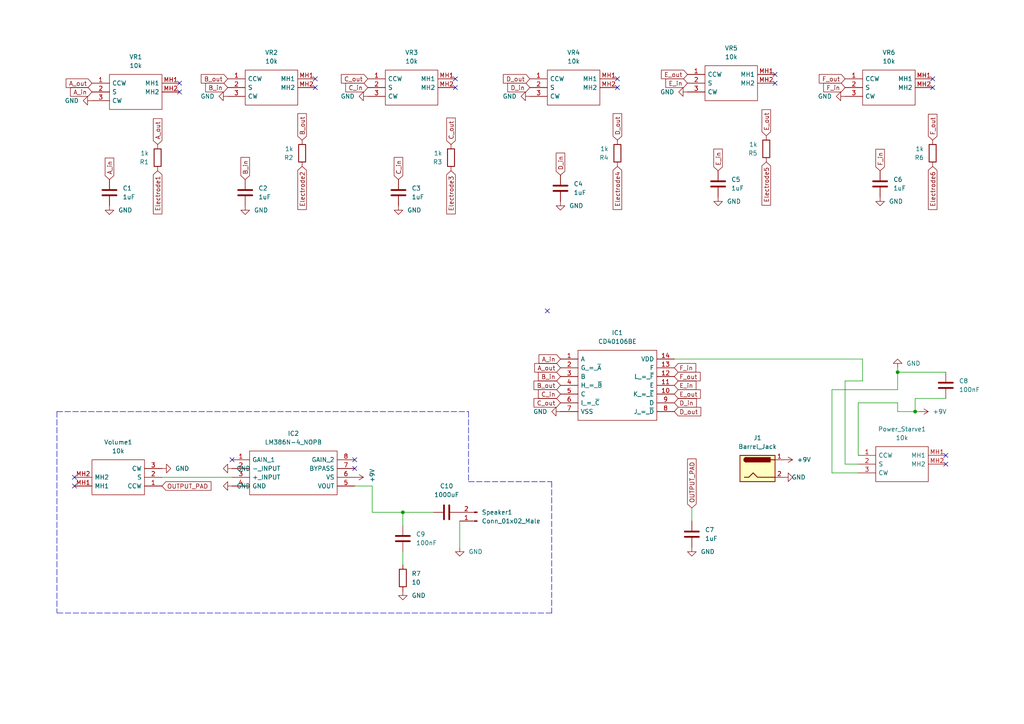
<source format=kicad_sch>
(kicad_sch (version 20211123) (generator eeschema)

  (uuid 074b5b63-0064-44c0-bbfe-a5ecd1fd79ba)

  (paper "A4")

  (lib_symbols
    (symbol "CD40106BE_1" (pin_names (offset 0.762)) (in_bom yes) (on_board yes)
      (property "Reference" "IC" (id 0) (at 29.21 7.62 0)
        (effects (font (size 1.27 1.27)) (justify left))
      )
      (property "Value" "CD40106BE_1" (id 1) (at 29.21 5.08 0)
        (effects (font (size 1.27 1.27)) (justify left))
      )
      (property "Footprint" "DIP794W53P254L1930H508Q14N" (id 2) (at 29.21 2.54 0)
        (effects (font (size 1.27 1.27)) (justify left) hide)
      )
      (property "Datasheet" "http://www.ti.com/lit/ds/symlink/cd40106b.pdf" (id 3) (at 29.21 0 0)
        (effects (font (size 1.27 1.27)) (justify left) hide)
      )
      (property "Description" "CD40106BE, CMOS Hex Schmitt Inverter, 4.2mA 3  18 V 14-Pin PDIP" (id 4) (at 29.21 -2.54 0)
        (effects (font (size 1.27 1.27)) (justify left) hide)
      )
      (property "Height" "5.08" (id 5) (at 29.21 -5.08 0)
        (effects (font (size 1.27 1.27)) (justify left) hide)
      )
      (property "Mouser Part Number" "595-CD40106BE" (id 6) (at 29.21 -7.62 0)
        (effects (font (size 1.27 1.27)) (justify left) hide)
      )
      (property "Mouser Price/Stock" "https://www.mouser.co.uk/ProductDetail/Texas-Instruments/CD40106BE?qs=YhsVCygOPE1CyKyInx%252Bh3Q%3D%3D" (id 7) (at 29.21 -10.16 0)
        (effects (font (size 1.27 1.27)) (justify left) hide)
      )
      (property "Manufacturer_Name" "Texas Instruments" (id 8) (at 29.21 -12.7 0)
        (effects (font (size 1.27 1.27)) (justify left) hide)
      )
      (property "Manufacturer_Part_Number" "CD40106BE" (id 9) (at 29.21 -15.24 0)
        (effects (font (size 1.27 1.27)) (justify left) hide)
      )
      (property "ki_description" "CD40106BE, CMOS Hex Schmitt Inverter, 4.2mA 3  18 V 14-Pin PDIP" (id 10) (at 0 0 0)
        (effects (font (size 1.27 1.27)) hide)
      )
      (symbol "CD40106BE_1_0_0"
        (pin passive line (at 0 0 0) (length 5.08)
          (name "A" (effects (font (size 1.27 1.27))))
          (number "1" (effects (font (size 1.27 1.27))))
        )
        (pin passive line (at 33.02 -10.16 180) (length 5.08)
          (name "K_=_~{E}" (effects (font (size 1.27 1.27))))
          (number "10" (effects (font (size 1.27 1.27))))
        )
        (pin passive line (at 33.02 -7.62 180) (length 5.08)
          (name "E" (effects (font (size 1.27 1.27))))
          (number "11" (effects (font (size 1.27 1.27))))
        )
        (pin passive line (at 33.02 -5.08 180) (length 5.08)
          (name "L_=_~{F}" (effects (font (size 1.27 1.27))))
          (number "12" (effects (font (size 1.27 1.27))))
        )
        (pin passive line (at 33.02 -2.54 180) (length 5.08)
          (name "F" (effects (font (size 1.27 1.27))))
          (number "13" (effects (font (size 1.27 1.27))))
        )
        (pin passive line (at 33.02 0 180) (length 5.08)
          (name "VDD" (effects (font (size 1.27 1.27))))
          (number "14" (effects (font (size 1.27 1.27))))
        )
        (pin passive line (at 0 -2.54 0) (length 5.08)
          (name "G_=_~{A}" (effects (font (size 1.27 1.27))))
          (number "2" (effects (font (size 1.27 1.27))))
        )
        (pin passive line (at 0 -5.08 0) (length 5.08)
          (name "B" (effects (font (size 1.27 1.27))))
          (number "3" (effects (font (size 1.27 1.27))))
        )
        (pin passive line (at 0 -7.62 0) (length 5.08)
          (name "H_=_~{B}" (effects (font (size 1.27 1.27))))
          (number "4" (effects (font (size 1.27 1.27))))
        )
        (pin passive line (at 0 -10.16 0) (length 5.08)
          (name "C" (effects (font (size 1.27 1.27))))
          (number "5" (effects (font (size 1.27 1.27))))
        )
        (pin passive line (at 0 -12.7 0) (length 5.08)
          (name "I_=_~{C}" (effects (font (size 1.27 1.27))))
          (number "6" (effects (font (size 1.27 1.27))))
        )
        (pin passive line (at 0 -15.24 0) (length 5.08)
          (name "VSS" (effects (font (size 1.27 1.27))))
          (number "7" (effects (font (size 1.27 1.27))))
        )
        (pin passive line (at 33.02 -15.24 180) (length 5.08)
          (name "J_=_~{D}" (effects (font (size 1.27 1.27))))
          (number "8" (effects (font (size 1.27 1.27))))
        )
        (pin passive line (at 33.02 -12.7 180) (length 5.08)
          (name "D" (effects (font (size 1.27 1.27))))
          (number "9" (effects (font (size 1.27 1.27))))
        )
      )
      (symbol "CD40106BE_1_0_1"
        (polyline
          (pts
            (xy 5.08 2.54)
            (xy 27.94 2.54)
            (xy 27.94 -17.78)
            (xy 5.08 -17.78)
            (xy 5.08 2.54)
          )
          (stroke (width 0.1524) (type default) (color 0 0 0 0))
          (fill (type none))
        )
      )
    )
    (symbol "Connector:Barrel_Jack" (pin_names (offset 1.016)) (in_bom yes) (on_board yes)
      (property "Reference" "J" (id 0) (at 0 5.334 0)
        (effects (font (size 1.27 1.27)))
      )
      (property "Value" "Barrel_Jack" (id 1) (at 0 -5.08 0)
        (effects (font (size 1.27 1.27)))
      )
      (property "Footprint" "" (id 2) (at 1.27 -1.016 0)
        (effects (font (size 1.27 1.27)) hide)
      )
      (property "Datasheet" "~" (id 3) (at 1.27 -1.016 0)
        (effects (font (size 1.27 1.27)) hide)
      )
      (property "ki_keywords" "DC power barrel jack connector" (id 4) (at 0 0 0)
        (effects (font (size 1.27 1.27)) hide)
      )
      (property "ki_description" "DC Barrel Jack" (id 5) (at 0 0 0)
        (effects (font (size 1.27 1.27)) hide)
      )
      (property "ki_fp_filters" "BarrelJack*" (id 6) (at 0 0 0)
        (effects (font (size 1.27 1.27)) hide)
      )
      (symbol "Barrel_Jack_0_1"
        (rectangle (start -5.08 3.81) (end 5.08 -3.81)
          (stroke (width 0.254) (type default) (color 0 0 0 0))
          (fill (type background))
        )
        (arc (start -3.302 3.175) (mid -3.937 2.54) (end -3.302 1.905)
          (stroke (width 0.254) (type default) (color 0 0 0 0))
          (fill (type none))
        )
        (arc (start -3.302 3.175) (mid -3.937 2.54) (end -3.302 1.905)
          (stroke (width 0.254) (type default) (color 0 0 0 0))
          (fill (type outline))
        )
        (polyline
          (pts
            (xy 5.08 2.54)
            (xy 3.81 2.54)
          )
          (stroke (width 0.254) (type default) (color 0 0 0 0))
          (fill (type none))
        )
        (polyline
          (pts
            (xy -3.81 -2.54)
            (xy -2.54 -2.54)
            (xy -1.27 -1.27)
            (xy 0 -2.54)
            (xy 2.54 -2.54)
            (xy 5.08 -2.54)
          )
          (stroke (width 0.254) (type default) (color 0 0 0 0))
          (fill (type none))
        )
        (rectangle (start 3.683 3.175) (end -3.302 1.905)
          (stroke (width 0.254) (type default) (color 0 0 0 0))
          (fill (type outline))
        )
      )
      (symbol "Barrel_Jack_1_1"
        (pin passive line (at 7.62 2.54 180) (length 2.54)
          (name "~" (effects (font (size 1.27 1.27))))
          (number "1" (effects (font (size 1.27 1.27))))
        )
        (pin passive line (at 7.62 -2.54 180) (length 2.54)
          (name "~" (effects (font (size 1.27 1.27))))
          (number "2" (effects (font (size 1.27 1.27))))
        )
      )
    )
    (symbol "Connector:Conn_01x02_Male" (pin_names (offset 1.016) hide) (in_bom yes) (on_board yes)
      (property "Reference" "J" (id 0) (at 0 2.54 0)
        (effects (font (size 1.27 1.27)))
      )
      (property "Value" "Conn_01x02_Male" (id 1) (at 0 -5.08 0)
        (effects (font (size 1.27 1.27)))
      )
      (property "Footprint" "" (id 2) (at 0 0 0)
        (effects (font (size 1.27 1.27)) hide)
      )
      (property "Datasheet" "~" (id 3) (at 0 0 0)
        (effects (font (size 1.27 1.27)) hide)
      )
      (property "ki_keywords" "connector" (id 4) (at 0 0 0)
        (effects (font (size 1.27 1.27)) hide)
      )
      (property "ki_description" "Generic connector, single row, 01x02, script generated (kicad-library-utils/schlib/autogen/connector/)" (id 5) (at 0 0 0)
        (effects (font (size 1.27 1.27)) hide)
      )
      (property "ki_fp_filters" "Connector*:*_1x??_*" (id 6) (at 0 0 0)
        (effects (font (size 1.27 1.27)) hide)
      )
      (symbol "Conn_01x02_Male_1_1"
        (polyline
          (pts
            (xy 1.27 -2.54)
            (xy 0.8636 -2.54)
          )
          (stroke (width 0.1524) (type default) (color 0 0 0 0))
          (fill (type none))
        )
        (polyline
          (pts
            (xy 1.27 0)
            (xy 0.8636 0)
          )
          (stroke (width 0.1524) (type default) (color 0 0 0 0))
          (fill (type none))
        )
        (rectangle (start 0.8636 -2.413) (end 0 -2.667)
          (stroke (width 0.1524) (type default) (color 0 0 0 0))
          (fill (type outline))
        )
        (rectangle (start 0.8636 0.127) (end 0 -0.127)
          (stroke (width 0.1524) (type default) (color 0 0 0 0))
          (fill (type outline))
        )
        (pin passive line (at 5.08 0 180) (length 3.81)
          (name "Pin_1" (effects (font (size 1.27 1.27))))
          (number "1" (effects (font (size 1.27 1.27))))
        )
        (pin passive line (at 5.08 -2.54 180) (length 3.81)
          (name "Pin_2" (effects (font (size 1.27 1.27))))
          (number "2" (effects (font (size 1.27 1.27))))
        )
      )
    )
    (symbol "Device:C" (pin_numbers hide) (pin_names (offset 0.254)) (in_bom yes) (on_board yes)
      (property "Reference" "C" (id 0) (at 0.635 2.54 0)
        (effects (font (size 1.27 1.27)) (justify left))
      )
      (property "Value" "C" (id 1) (at 0.635 -2.54 0)
        (effects (font (size 1.27 1.27)) (justify left))
      )
      (property "Footprint" "" (id 2) (at 0.9652 -3.81 0)
        (effects (font (size 1.27 1.27)) hide)
      )
      (property "Datasheet" "~" (id 3) (at 0 0 0)
        (effects (font (size 1.27 1.27)) hide)
      )
      (property "ki_keywords" "cap capacitor" (id 4) (at 0 0 0)
        (effects (font (size 1.27 1.27)) hide)
      )
      (property "ki_description" "Unpolarized capacitor" (id 5) (at 0 0 0)
        (effects (font (size 1.27 1.27)) hide)
      )
      (property "ki_fp_filters" "C_*" (id 6) (at 0 0 0)
        (effects (font (size 1.27 1.27)) hide)
      )
      (symbol "C_0_1"
        (polyline
          (pts
            (xy -2.032 -0.762)
            (xy 2.032 -0.762)
          )
          (stroke (width 0.508) (type default) (color 0 0 0 0))
          (fill (type none))
        )
        (polyline
          (pts
            (xy -2.032 0.762)
            (xy 2.032 0.762)
          )
          (stroke (width 0.508) (type default) (color 0 0 0 0))
          (fill (type none))
        )
      )
      (symbol "C_1_1"
        (pin passive line (at 0 3.81 270) (length 2.794)
          (name "~" (effects (font (size 1.27 1.27))))
          (number "1" (effects (font (size 1.27 1.27))))
        )
        (pin passive line (at 0 -3.81 90) (length 2.794)
          (name "~" (effects (font (size 1.27 1.27))))
          (number "2" (effects (font (size 1.27 1.27))))
        )
      )
    )
    (symbol "Device:R" (pin_numbers hide) (pin_names (offset 0)) (in_bom yes) (on_board yes)
      (property "Reference" "R" (id 0) (at 2.032 0 90)
        (effects (font (size 1.27 1.27)))
      )
      (property "Value" "R" (id 1) (at 0 0 90)
        (effects (font (size 1.27 1.27)))
      )
      (property "Footprint" "" (id 2) (at -1.778 0 90)
        (effects (font (size 1.27 1.27)) hide)
      )
      (property "Datasheet" "~" (id 3) (at 0 0 0)
        (effects (font (size 1.27 1.27)) hide)
      )
      (property "ki_keywords" "R res resistor" (id 4) (at 0 0 0)
        (effects (font (size 1.27 1.27)) hide)
      )
      (property "ki_description" "Resistor" (id 5) (at 0 0 0)
        (effects (font (size 1.27 1.27)) hide)
      )
      (property "ki_fp_filters" "R_*" (id 6) (at 0 0 0)
        (effects (font (size 1.27 1.27)) hide)
      )
      (symbol "R_0_1"
        (rectangle (start -1.016 -2.54) (end 1.016 2.54)
          (stroke (width 0.254) (type default) (color 0 0 0 0))
          (fill (type none))
        )
      )
      (symbol "R_1_1"
        (pin passive line (at 0 3.81 270) (length 1.27)
          (name "~" (effects (font (size 1.27 1.27))))
          (number "1" (effects (font (size 1.27 1.27))))
        )
        (pin passive line (at 0 -3.81 90) (length 1.27)
          (name "~" (effects (font (size 1.27 1.27))))
          (number "2" (effects (font (size 1.27 1.27))))
        )
      )
    )
    (symbol "LM386N-4_NOPB:LM386N-4_NOPB" (pin_names (offset 0.762)) (in_bom yes) (on_board yes)
      (property "Reference" "IC" (id 0) (at 31.75 7.62 0)
        (effects (font (size 1.27 1.27)) (justify left))
      )
      (property "Value" "LM386N-4_NOPB" (id 1) (at 31.75 5.08 0)
        (effects (font (size 1.27 1.27)) (justify left))
      )
      (property "Footprint" "DIP794W53P254L959H508Q8N" (id 2) (at 31.75 2.54 0)
        (effects (font (size 1.27 1.27)) (justify left) hide)
      )
      (property "Datasheet" "http://www.ti.com/lit/ds/symlink/lm386.pdf" (id 3) (at 31.75 0 0)
        (effects (font (size 1.27 1.27)) (justify left) hide)
      )
      (property "Description" "Audio power amplifier,LM386N-4 1W Texas Instruments LM386N-4/NOPB Audio Amplifier, Class-AB Mono, 8-Pin MDIP" (id 4) (at 31.75 -2.54 0)
        (effects (font (size 1.27 1.27)) (justify left) hide)
      )
      (property "Height" "5.08" (id 5) (at 31.75 -5.08 0)
        (effects (font (size 1.27 1.27)) (justify left) hide)
      )
      (property "Mouser Part Number" "926-LM386N-4/NOPB" (id 6) (at 31.75 -7.62 0)
        (effects (font (size 1.27 1.27)) (justify left) hide)
      )
      (property "Mouser Price/Stock" "https://www.mouser.co.uk/ProductDetail/Texas-Instruments/LM386N-4-NOPB?qs=QbsRYf82W3FsJPldcpZj5g%3D%3D" (id 7) (at 31.75 -10.16 0)
        (effects (font (size 1.27 1.27)) (justify left) hide)
      )
      (property "Manufacturer_Name" "Texas Instruments" (id 8) (at 31.75 -12.7 0)
        (effects (font (size 1.27 1.27)) (justify left) hide)
      )
      (property "Manufacturer_Part_Number" "LM386N-4/NOPB" (id 9) (at 31.75 -15.24 0)
        (effects (font (size 1.27 1.27)) (justify left) hide)
      )
      (property "ki_description" "Audio power amplifier,LM386N-4 1W Texas Instruments LM386N-4/NOPB Audio Amplifier, Class-AB Mono, 8-Pin MDIP" (id 10) (at 0 0 0)
        (effects (font (size 1.27 1.27)) hide)
      )
      (symbol "LM386N-4_NOPB_0_0"
        (pin passive line (at 0 0 0) (length 5.08)
          (name "GAIN_1" (effects (font (size 1.27 1.27))))
          (number "1" (effects (font (size 1.27 1.27))))
        )
        (pin passive line (at 0 -2.54 0) (length 5.08)
          (name "-_INPUT" (effects (font (size 1.27 1.27))))
          (number "2" (effects (font (size 1.27 1.27))))
        )
        (pin passive line (at 0 -5.08 0) (length 5.08)
          (name "+_INPUT" (effects (font (size 1.27 1.27))))
          (number "3" (effects (font (size 1.27 1.27))))
        )
        (pin passive line (at 0 -7.62 0) (length 5.08)
          (name "GND" (effects (font (size 1.27 1.27))))
          (number "4" (effects (font (size 1.27 1.27))))
        )
        (pin passive line (at 35.56 -7.62 180) (length 5.08)
          (name "VOUT" (effects (font (size 1.27 1.27))))
          (number "5" (effects (font (size 1.27 1.27))))
        )
        (pin passive line (at 35.56 -5.08 180) (length 5.08)
          (name "VS" (effects (font (size 1.27 1.27))))
          (number "6" (effects (font (size 1.27 1.27))))
        )
        (pin passive line (at 35.56 -2.54 180) (length 5.08)
          (name "BYPASS" (effects (font (size 1.27 1.27))))
          (number "7" (effects (font (size 1.27 1.27))))
        )
        (pin passive line (at 35.56 0 180) (length 5.08)
          (name "GAIN_2" (effects (font (size 1.27 1.27))))
          (number "8" (effects (font (size 1.27 1.27))))
        )
      )
      (symbol "LM386N-4_NOPB_0_1"
        (polyline
          (pts
            (xy 5.08 2.54)
            (xy 30.48 2.54)
            (xy 30.48 -10.16)
            (xy 5.08 -10.16)
            (xy 5.08 2.54)
          )
          (stroke (width 0.1524) (type default) (color 0 0 0 0))
          (fill (type none))
        )
      )
    )
    (symbol "P120PK-Y25BR10K:P120PK-Y25BR10K" (pin_names (offset 0.762)) (in_bom yes) (on_board yes)
      (property "Reference" "VR" (id 0) (at 21.59 7.62 0)
        (effects (font (size 1.27 1.27)) (justify left))
      )
      (property "Value" "P120PK-Y25BR10K" (id 1) (at 21.59 5.08 0)
        (effects (font (size 1.27 1.27)) (justify left))
      )
      (property "Footprint" "P120PKY25BR10K" (id 2) (at 21.59 2.54 0)
        (effects (font (size 1.27 1.27)) (justify left) hide)
      )
      (property "Datasheet" "https://componentsearchengine.com/Datasheets/1/P120PK-Y25BR10K.pdf" (id 3) (at 21.59 0 0)
        (effects (font (size 1.27 1.27)) (justify left) hide)
      )
      (property "Description" "Potentiometers 12mm 10K ohm" (id 4) (at 21.59 -2.54 0)
        (effects (font (size 1.27 1.27)) (justify left) hide)
      )
      (property "Height" "25" (id 5) (at 21.59 -5.08 0)
        (effects (font (size 1.27 1.27)) (justify left) hide)
      )
      (property "Mouser Part Number" "858-P120PKY25BR10K" (id 6) (at 21.59 -7.62 0)
        (effects (font (size 1.27 1.27)) (justify left) hide)
      )
      (property "Mouser Price/Stock" "https://www.mouser.co.uk/ProductDetail/BI-Technologies-TT-Electronics/P120PK-Y25BR10K?qs=mJjUQczmFnjx7VJQOQfC3g%3D%3D" (id 7) (at 21.59 -10.16 0)
        (effects (font (size 1.27 1.27)) (justify left) hide)
      )
      (property "Manufacturer_Name" "TT Electronics" (id 8) (at 21.59 -12.7 0)
        (effects (font (size 1.27 1.27)) (justify left) hide)
      )
      (property "Manufacturer_Part_Number" "P120PK-Y25BR10K" (id 9) (at 21.59 -15.24 0)
        (effects (font (size 1.27 1.27)) (justify left) hide)
      )
      (property "ki_description" "Potentiometers 12mm 10K ohm" (id 10) (at 0 0 0)
        (effects (font (size 1.27 1.27)) hide)
      )
      (symbol "P120PK-Y25BR10K_0_0"
        (pin passive line (at 0 0 0) (length 5.08)
          (name "CCW" (effects (font (size 1.27 1.27))))
          (number "1" (effects (font (size 1.27 1.27))))
        )
        (pin passive line (at 0 -2.54 0) (length 5.08)
          (name "S" (effects (font (size 1.27 1.27))))
          (number "2" (effects (font (size 1.27 1.27))))
        )
        (pin passive line (at 0 -5.08 0) (length 5.08)
          (name "CW" (effects (font (size 1.27 1.27))))
          (number "3" (effects (font (size 1.27 1.27))))
        )
        (pin passive line (at 25.4 0 180) (length 5.08)
          (name "MH1" (effects (font (size 1.27 1.27))))
          (number "MH1" (effects (font (size 1.27 1.27))))
        )
        (pin passive line (at 25.4 -2.54 180) (length 5.08)
          (name "MH2" (effects (font (size 1.27 1.27))))
          (number "MH2" (effects (font (size 1.27 1.27))))
        )
      )
      (symbol "P120PK-Y25BR10K_0_1"
        (polyline
          (pts
            (xy 5.08 2.54)
            (xy 20.32 2.54)
            (xy 20.32 -7.62)
            (xy 5.08 -7.62)
            (xy 5.08 2.54)
          )
          (stroke (width 0.1524) (type default) (color 0 0 0 0))
          (fill (type none))
        )
      )
    )
    (symbol "power:+9V" (power) (pin_names (offset 0)) (in_bom yes) (on_board yes)
      (property "Reference" "#PWR" (id 0) (at 0 -3.81 0)
        (effects (font (size 1.27 1.27)) hide)
      )
      (property "Value" "+9V" (id 1) (at 0 3.556 0)
        (effects (font (size 1.27 1.27)))
      )
      (property "Footprint" "" (id 2) (at 0 0 0)
        (effects (font (size 1.27 1.27)) hide)
      )
      (property "Datasheet" "" (id 3) (at 0 0 0)
        (effects (font (size 1.27 1.27)) hide)
      )
      (property "ki_keywords" "power-flag" (id 4) (at 0 0 0)
        (effects (font (size 1.27 1.27)) hide)
      )
      (property "ki_description" "Power symbol creates a global label with name \"+9V\"" (id 5) (at 0 0 0)
        (effects (font (size 1.27 1.27)) hide)
      )
      (symbol "+9V_0_1"
        (polyline
          (pts
            (xy -0.762 1.27)
            (xy 0 2.54)
          )
          (stroke (width 0) (type default) (color 0 0 0 0))
          (fill (type none))
        )
        (polyline
          (pts
            (xy 0 0)
            (xy 0 2.54)
          )
          (stroke (width 0) (type default) (color 0 0 0 0))
          (fill (type none))
        )
        (polyline
          (pts
            (xy 0 2.54)
            (xy 0.762 1.27)
          )
          (stroke (width 0) (type default) (color 0 0 0 0))
          (fill (type none))
        )
      )
      (symbol "+9V_1_1"
        (pin power_in line (at 0 0 90) (length 0) hide
          (name "+9V" (effects (font (size 1.27 1.27))))
          (number "1" (effects (font (size 1.27 1.27))))
        )
      )
    )
    (symbol "power:GND" (power) (pin_names (offset 0)) (in_bom yes) (on_board yes)
      (property "Reference" "#PWR" (id 0) (at 0 -6.35 0)
        (effects (font (size 1.27 1.27)) hide)
      )
      (property "Value" "GND" (id 1) (at 0 -3.81 0)
        (effects (font (size 1.27 1.27)))
      )
      (property "Footprint" "" (id 2) (at 0 0 0)
        (effects (font (size 1.27 1.27)) hide)
      )
      (property "Datasheet" "" (id 3) (at 0 0 0)
        (effects (font (size 1.27 1.27)) hide)
      )
      (property "ki_keywords" "power-flag" (id 4) (at 0 0 0)
        (effects (font (size 1.27 1.27)) hide)
      )
      (property "ki_description" "Power symbol creates a global label with name \"GND\" , ground" (id 5) (at 0 0 0)
        (effects (font (size 1.27 1.27)) hide)
      )
      (symbol "GND_0_1"
        (polyline
          (pts
            (xy 0 0)
            (xy 0 -1.27)
            (xy 1.27 -1.27)
            (xy 0 -2.54)
            (xy -1.27 -1.27)
            (xy 0 -1.27)
          )
          (stroke (width 0) (type default) (color 0 0 0 0))
          (fill (type none))
        )
      )
      (symbol "GND_1_1"
        (pin power_in line (at 0 0 270) (length 0) hide
          (name "GND" (effects (font (size 1.27 1.27))))
          (number "1" (effects (font (size 1.27 1.27))))
        )
      )
    )
  )

  (junction (at 116.84 148.59) (diameter 0) (color 0 0 0 0)
    (uuid 1ddbeaa4-0bb8-4255-a56a-91a303f491ba)
  )
  (junction (at 260.35 107.95) (diameter 0) (color 0 0 0 0)
    (uuid 719bcb89-2a70-4eba-bb81-0ca9ffb234e1)
  )
  (junction (at 265.43 119.38) (diameter 0) (color 0 0 0 0)
    (uuid d766af72-1fa3-43d1-89a9-6b413ccb1f1f)
  )

  (no_connect (at 21.59 138.43) (uuid 05d75cdd-fb6c-4a6c-9d02-e10395b6643e))
  (no_connect (at 67.31 133.35) (uuid 0e7fdd7d-6e66-48c2-be85-45cee2133a29))
  (no_connect (at 21.59 140.97) (uuid 8a390953-b344-440c-8d5f-19bffc5434ae))
  (no_connect (at 102.87 133.35) (uuid 98223f00-9a14-4294-8214-57d54fc2cba3))
  (no_connect (at 102.87 135.89) (uuid 98223f00-9a14-4294-8214-57d54fc2cba4))
  (no_connect (at 274.32 132.08) (uuid b182bc8c-39f2-4681-9a7c-0bd9c10e7694))
  (no_connect (at 274.32 134.62) (uuid b182bc8c-39f2-4681-9a7c-0bd9c10e7695))
  (no_connect (at 158.75 90.17) (uuid d6b0af51-8571-4981-b834-5b6ff2df7083))
  (no_connect (at 224.79 24.13) (uuid e96fb801-ac6c-4517-858e-90cca566bb25))
  (no_connect (at 224.79 21.59) (uuid e96fb801-ac6c-4517-858e-90cca566bb26))
  (no_connect (at 270.51 25.4) (uuid e96fb801-ac6c-4517-858e-90cca566bb27))
  (no_connect (at 270.51 22.86) (uuid e96fb801-ac6c-4517-858e-90cca566bb28))
  (no_connect (at 91.44 25.4) (uuid e96fb801-ac6c-4517-858e-90cca566bb29))
  (no_connect (at 91.44 22.86) (uuid e96fb801-ac6c-4517-858e-90cca566bb2a))
  (no_connect (at 52.07 24.13) (uuid e96fb801-ac6c-4517-858e-90cca566bb2b))
  (no_connect (at 52.07 26.67) (uuid e96fb801-ac6c-4517-858e-90cca566bb2c))
  (no_connect (at 179.07 25.4) (uuid e96fb801-ac6c-4517-858e-90cca566bb2d))
  (no_connect (at 179.07 22.86) (uuid e96fb801-ac6c-4517-858e-90cca566bb2e))
  (no_connect (at 132.08 25.4) (uuid e96fb801-ac6c-4517-858e-90cca566bb2f))
  (no_connect (at 132.08 22.86) (uuid e96fb801-ac6c-4517-858e-90cca566bb30))

  (polyline (pts (xy 135.89 139.7) (xy 160.02 139.7))
    (stroke (width 0) (type default) (color 0 0 0 0))
    (uuid 02fe9c5b-35e0-4394-9134-61cc1c9fbbb5)
  )

  (wire (pts (xy 274.32 115.57) (xy 265.43 115.57))
    (stroke (width 0) (type default) (color 0 0 0 0))
    (uuid 063590f6-1a85-4c85-aa12-7f30a3f09bb2)
  )
  (wire (pts (xy 250.19 104.14) (xy 250.19 110.49))
    (stroke (width 0) (type default) (color 0 0 0 0))
    (uuid 0a3b324c-3874-4967-a727-349950f401ff)
  )
  (wire (pts (xy 260.35 107.95) (xy 274.32 107.95))
    (stroke (width 0) (type default) (color 0 0 0 0))
    (uuid 26a92b57-4a7a-4ba2-a865-1cb6a4d75a51)
  )
  (polyline (pts (xy 135.89 119.38) (xy 135.89 139.7))
    (stroke (width 0) (type default) (color 0 0 0 0))
    (uuid 2f0229df-1d49-4feb-a114-d525d3a8e89f)
  )

  (wire (pts (xy 250.19 110.49) (xy 245.11 110.49))
    (stroke (width 0) (type default) (color 0 0 0 0))
    (uuid 32d87fe2-3832-4199-9539-f147c7bd1bd7)
  )
  (wire (pts (xy 260.35 107.95) (xy 260.35 113.03))
    (stroke (width 0) (type default) (color 0 0 0 0))
    (uuid 339d0e56-06d9-49d2-bc9a-f49f6b660fed)
  )
  (wire (pts (xy 107.95 148.59) (xy 116.84 148.59))
    (stroke (width 0) (type default) (color 0 0 0 0))
    (uuid 3467f68f-a1c5-47c6-a9c3-ae89fe14a60b)
  )
  (wire (pts (xy 260.35 106.68) (xy 260.35 107.95))
    (stroke (width 0) (type default) (color 0 0 0 0))
    (uuid 3527f724-2700-4f49-a692-bc4898594f48)
  )
  (wire (pts (xy 107.95 140.97) (xy 107.95 148.59))
    (stroke (width 0) (type default) (color 0 0 0 0))
    (uuid 5371e7a6-20a6-44c0-a5a3-9dd5cf226021)
  )
  (wire (pts (xy 241.3 137.16) (xy 248.92 137.16))
    (stroke (width 0) (type default) (color 0 0 0 0))
    (uuid 614e6a64-679e-46f8-a80e-bd4c5e72e3de)
  )
  (wire (pts (xy 133.35 151.13) (xy 133.35 158.75))
    (stroke (width 0) (type default) (color 0 0 0 0))
    (uuid 6c106ceb-56df-4971-9f60-eba5932058cf)
  )
  (wire (pts (xy 200.66 147.32) (xy 200.66 151.13))
    (stroke (width 0) (type default) (color 0 0 0 0))
    (uuid 6e9e4b4e-7bbb-428d-a437-24656a32b8cc)
  )
  (wire (pts (xy 260.35 116.84) (xy 260.35 119.38))
    (stroke (width 0) (type default) (color 0 0 0 0))
    (uuid 7808bb6a-13e0-470b-a1bd-9a8fbcf2a395)
  )
  (wire (pts (xy 260.35 116.84) (xy 248.92 116.84))
    (stroke (width 0) (type default) (color 0 0 0 0))
    (uuid 7de07b7b-011b-477a-a80a-fd5f5dec5e0c)
  )
  (polyline (pts (xy 16.51 119.38) (xy 135.89 119.38))
    (stroke (width 0) (type default) (color 0 0 0 0))
    (uuid 84e806a5-506c-47ce-b0b9-e6fcac2821e5)
  )
  (polyline (pts (xy 16.51 119.38) (xy 16.51 177.8))
    (stroke (width 0) (type default) (color 0 0 0 0))
    (uuid 895cab6d-a3ef-4328-b38a-20e6efe75099)
  )

  (wire (pts (xy 245.11 134.62) (xy 248.92 134.62))
    (stroke (width 0) (type default) (color 0 0 0 0))
    (uuid 92db7b81-fbb7-4038-96af-c43818a2aa4c)
  )
  (wire (pts (xy 116.84 148.59) (xy 125.73 148.59))
    (stroke (width 0) (type default) (color 0 0 0 0))
    (uuid 9b876811-3bfa-4aad-a634-433585006340)
  )
  (polyline (pts (xy 160.02 177.8) (xy 16.51 177.8))
    (stroke (width 0) (type default) (color 0 0 0 0))
    (uuid 9ba862db-0f66-49a9-97c1-2eb58917a5d0)
  )

  (wire (pts (xy 248.92 116.84) (xy 248.92 132.08))
    (stroke (width 0) (type default) (color 0 0 0 0))
    (uuid 9dbd32d4-6573-4053-b66b-1db4ea299088)
  )
  (wire (pts (xy 265.43 119.38) (xy 266.7 119.38))
    (stroke (width 0) (type default) (color 0 0 0 0))
    (uuid 9ecf166a-d557-4719-aed4-b61e89b10f49)
  )
  (polyline (pts (xy 160.02 139.7) (xy 160.02 177.8))
    (stroke (width 0) (type default) (color 0 0 0 0))
    (uuid b5cf995d-9652-428c-8c98-3fdc98c4748a)
  )

  (wire (pts (xy 116.84 160.02) (xy 116.84 163.83))
    (stroke (width 0) (type default) (color 0 0 0 0))
    (uuid b7761b04-e0ad-44e4-9718-51c8a64e12b4)
  )
  (wire (pts (xy 102.87 140.97) (xy 107.95 140.97))
    (stroke (width 0) (type default) (color 0 0 0 0))
    (uuid be6238c6-5f7f-4c8c-a8ab-d68c742133c3)
  )
  (wire (pts (xy 116.84 148.59) (xy 116.84 152.4))
    (stroke (width 0) (type default) (color 0 0 0 0))
    (uuid caa8b4b3-6a25-4bbf-a3df-8f0d567dac98)
  )
  (wire (pts (xy 260.35 113.03) (xy 241.3 113.03))
    (stroke (width 0) (type default) (color 0 0 0 0))
    (uuid d82e98b1-ac86-47ad-9a5c-bffa9ac896f6)
  )
  (wire (pts (xy 46.99 138.43) (xy 67.31 138.43))
    (stroke (width 0) (type default) (color 0 0 0 0))
    (uuid e4edac05-362c-4c24-884c-5b0d262c7fc8)
  )
  (wire (pts (xy 265.43 115.57) (xy 265.43 119.38))
    (stroke (width 0) (type default) (color 0 0 0 0))
    (uuid e6bf4ca8-79ea-4ba2-a601-724efe46c118)
  )
  (wire (pts (xy 260.35 119.38) (xy 265.43 119.38))
    (stroke (width 0) (type default) (color 0 0 0 0))
    (uuid eb6c3e1c-f468-4ac9-9fff-b40de722a86d)
  )
  (wire (pts (xy 250.19 104.14) (xy 195.58 104.14))
    (stroke (width 0) (type default) (color 0 0 0 0))
    (uuid f50e37f2-b070-4806-a60f-341777b9b3f7)
  )
  (wire (pts (xy 241.3 113.03) (xy 241.3 137.16))
    (stroke (width 0) (type default) (color 0 0 0 0))
    (uuid f59d7b1c-15da-4698-a085-adb45c12aaaf)
  )
  (wire (pts (xy 245.11 110.49) (xy 245.11 134.62))
    (stroke (width 0) (type default) (color 0 0 0 0))
    (uuid fdbfc7d4-7937-4a73-88f6-94f86190352b)
  )

  (global_label "C_out" (shape input) (at 106.68 22.86 180) (fields_autoplaced)
    (effects (font (size 1.27 1.27)) (justify right))
    (uuid 012a38f3-14be-4286-8031-e1b366673376)
    (property "Intersheet References" "${INTERSHEET_REFS}" (id 0) (at 99.0055 22.9394 0)
      (effects (font (size 1.27 1.27)) (justify right) hide)
    )
  )
  (global_label "A_out" (shape input) (at 26.67 24.13 180) (fields_autoplaced)
    (effects (font (size 1.27 1.27)) (justify right))
    (uuid 125c718d-b04c-4ff1-9209-35b92c9527fd)
    (property "Intersheet References" "${INTERSHEET_REFS}" (id 0) (at 19.1769 24.2094 0)
      (effects (font (size 1.27 1.27)) (justify right) hide)
    )
  )
  (global_label "C_in" (shape input) (at 106.68 25.4 180) (fields_autoplaced)
    (effects (font (size 1.27 1.27)) (justify right))
    (uuid 14977732-a56a-4bcd-b3d8-89ccbe9e086d)
    (property "Intersheet References" "${INTERSHEET_REFS}" (id 0) (at 100.2755 25.3206 0)
      (effects (font (size 1.27 1.27)) (justify right) hide)
    )
  )
  (global_label "Electrode1" (shape input) (at 45.72 49.53 270) (fields_autoplaced)
    (effects (font (size 1.27 1.27)) (justify right))
    (uuid 1ba7f69d-7bd6-487f-bec9-a986d8ffd030)
    (property "Intersheet References" "${INTERSHEET_REFS}" (id 0) (at 45.7994 62.0426 90)
      (effects (font (size 1.27 1.27)) (justify right) hide)
    )
  )
  (global_label "F_out" (shape input) (at 245.11 22.86 180) (fields_autoplaced)
    (effects (font (size 1.27 1.27)) (justify right))
    (uuid 1c645b69-9434-4a94-87fc-8d482e889f25)
    (property "Intersheet References" "${INTERSHEET_REFS}" (id 0) (at 237.6169 22.9394 0)
      (effects (font (size 1.27 1.27)) (justify right) hide)
    )
  )
  (global_label "OUTPUT_PAD" (shape input) (at 46.99 140.97 0) (fields_autoplaced)
    (effects (font (size 1.27 1.27)) (justify left))
    (uuid 261d1712-3b70-407c-b312-09ca7e373d29)
    (property "Intersheet References" "${INTERSHEET_REFS}" (id 0) (at 61.196 140.8906 0)
      (effects (font (size 1.27 1.27)) (justify left) hide)
    )
  )
  (global_label "F_in" (shape input) (at 195.58 106.68 0) (fields_autoplaced)
    (effects (font (size 1.27 1.27)) (justify left))
    (uuid 2ccfd042-2926-4ed3-8846-5da15cc2a57e)
    (property "Intersheet References" "${INTERSHEET_REFS}" (id 0) (at 201.8031 106.7594 0)
      (effects (font (size 1.27 1.27)) (justify left) hide)
    )
  )
  (global_label "B_in" (shape input) (at 162.56 109.22 180) (fields_autoplaced)
    (effects (font (size 1.27 1.27)) (justify right))
    (uuid 2f2c4af5-b96d-4a7d-9a03-1a533fb3059a)
    (property "Intersheet References" "${INTERSHEET_REFS}" (id 0) (at 156.1555 109.1406 0)
      (effects (font (size 1.27 1.27)) (justify right) hide)
    )
  )
  (global_label "B_in" (shape input) (at 71.12 52.07 90) (fields_autoplaced)
    (effects (font (size 1.27 1.27)) (justify left))
    (uuid 3557f792-4d2b-4cdf-84f3-23f510860490)
    (property "Intersheet References" "${INTERSHEET_REFS}" (id 0) (at 71.1994 45.6655 90)
      (effects (font (size 1.27 1.27)) (justify left) hide)
    )
  )
  (global_label "E_in" (shape input) (at 195.58 111.76 0) (fields_autoplaced)
    (effects (font (size 1.27 1.27)) (justify left))
    (uuid 36571f0e-7856-4dae-9501-110e4a836e2f)
    (property "Intersheet References" "${INTERSHEET_REFS}" (id 0) (at 201.8636 111.8394 0)
      (effects (font (size 1.27 1.27)) (justify left) hide)
    )
  )
  (global_label "D_in" (shape input) (at 153.67 25.4 180) (fields_autoplaced)
    (effects (font (size 1.27 1.27)) (justify right))
    (uuid 3a83e75b-4cfe-4bbd-8c83-be76c99bb439)
    (property "Intersheet References" "${INTERSHEET_REFS}" (id 0) (at 147.2655 25.3206 0)
      (effects (font (size 1.27 1.27)) (justify right) hide)
    )
  )
  (global_label "B_out" (shape input) (at 87.63 40.64 90) (fields_autoplaced)
    (effects (font (size 1.27 1.27)) (justify left))
    (uuid 42009776-42a2-453c-bb6b-712278df7bf2)
    (property "Intersheet References" "${INTERSHEET_REFS}" (id 0) (at 87.5506 32.9655 90)
      (effects (font (size 1.27 1.27)) (justify left) hide)
    )
  )
  (global_label "A_out" (shape input) (at 45.72 41.91 90) (fields_autoplaced)
    (effects (font (size 1.27 1.27)) (justify left))
    (uuid 42a20831-660b-4554-b320-b7bf34ec70d2)
    (property "Intersheet References" "${INTERSHEET_REFS}" (id 0) (at 45.6406 34.4169 90)
      (effects (font (size 1.27 1.27)) (justify left) hide)
    )
  )
  (global_label "C_out" (shape input) (at 162.56 116.84 180) (fields_autoplaced)
    (effects (font (size 1.27 1.27)) (justify right))
    (uuid 4460f4bb-210e-4f31-b853-07362d99dba0)
    (property "Intersheet References" "${INTERSHEET_REFS}" (id 0) (at 154.8855 116.9194 0)
      (effects (font (size 1.27 1.27)) (justify right) hide)
    )
  )
  (global_label "D_out" (shape input) (at 179.07 40.64 90) (fields_autoplaced)
    (effects (font (size 1.27 1.27)) (justify left))
    (uuid 45a7dd66-dcb4-4f8c-9724-f215beb26171)
    (property "Intersheet References" "${INTERSHEET_REFS}" (id 0) (at 178.9906 32.9655 90)
      (effects (font (size 1.27 1.27)) (justify left) hide)
    )
  )
  (global_label "E_in" (shape input) (at 208.28 49.53 90) (fields_autoplaced)
    (effects (font (size 1.27 1.27)) (justify left))
    (uuid 4ddcfcbc-20fa-4eaf-baba-f8f17192654f)
    (property "Intersheet References" "${INTERSHEET_REFS}" (id 0) (at 208.3594 43.2464 90)
      (effects (font (size 1.27 1.27)) (justify left) hide)
    )
  )
  (global_label "A_in" (shape input) (at 26.67 26.67 180) (fields_autoplaced)
    (effects (font (size 1.27 1.27)) (justify right))
    (uuid 50eb6bf7-fa27-46bb-8841-8791e99369b2)
    (property "Intersheet References" "${INTERSHEET_REFS}" (id 0) (at 20.4469 26.7494 0)
      (effects (font (size 1.27 1.27)) (justify right) hide)
    )
  )
  (global_label "C_in" (shape input) (at 115.57 52.07 90) (fields_autoplaced)
    (effects (font (size 1.27 1.27)) (justify left))
    (uuid 67038f95-fbe3-4a0a-a39a-4e7da165262c)
    (property "Intersheet References" "${INTERSHEET_REFS}" (id 0) (at 115.6494 45.6655 90)
      (effects (font (size 1.27 1.27)) (justify left) hide)
    )
  )
  (global_label "OUTPUT_PAD" (shape input) (at 200.66 147.32 90) (fields_autoplaced)
    (effects (font (size 1.27 1.27)) (justify left))
    (uuid 6b42b904-b6f6-47bc-842a-9960785b5e2c)
    (property "Intersheet References" "${INTERSHEET_REFS}" (id 0) (at 200.5806 133.114 90)
      (effects (font (size 1.27 1.27)) (justify left) hide)
    )
  )
  (global_label "Electrode3" (shape input) (at 130.81 49.53 270) (fields_autoplaced)
    (effects (font (size 1.27 1.27)) (justify right))
    (uuid 737b0e4a-3a22-486b-b0e0-4388062820e2)
    (property "Intersheet References" "${INTERSHEET_REFS}" (id 0) (at 130.8894 62.0426 90)
      (effects (font (size 1.27 1.27)) (justify right) hide)
    )
  )
  (global_label "E_out" (shape input) (at 222.25 39.37 90) (fields_autoplaced)
    (effects (font (size 1.27 1.27)) (justify left))
    (uuid 73e82772-b4c5-405e-ae42-62b505e7fd11)
    (property "Intersheet References" "${INTERSHEET_REFS}" (id 0) (at 222.1706 31.8164 90)
      (effects (font (size 1.27 1.27)) (justify left) hide)
    )
  )
  (global_label "B_out" (shape input) (at 66.04 22.86 180) (fields_autoplaced)
    (effects (font (size 1.27 1.27)) (justify right))
    (uuid 74c1e902-4f0a-4b70-a964-10918532dc9a)
    (property "Intersheet References" "${INTERSHEET_REFS}" (id 0) (at 58.3655 22.9394 0)
      (effects (font (size 1.27 1.27)) (justify right) hide)
    )
  )
  (global_label "F_in" (shape input) (at 255.27 49.53 90) (fields_autoplaced)
    (effects (font (size 1.27 1.27)) (justify left))
    (uuid 89729e8b-13a7-45ef-9c5f-a65c4cbd0766)
    (property "Intersheet References" "${INTERSHEET_REFS}" (id 0) (at 255.3494 43.3069 90)
      (effects (font (size 1.27 1.27)) (justify left) hide)
    )
  )
  (global_label "Electrode6" (shape input) (at 270.51 48.26 270) (fields_autoplaced)
    (effects (font (size 1.27 1.27)) (justify right))
    (uuid 8c9dadc6-72d5-48f5-a237-41d1ede09c32)
    (property "Intersheet References" "${INTERSHEET_REFS}" (id 0) (at 270.5894 60.7726 90)
      (effects (font (size 1.27 1.27)) (justify right) hide)
    )
  )
  (global_label "F_out" (shape input) (at 195.58 109.22 0) (fields_autoplaced)
    (effects (font (size 1.27 1.27)) (justify left))
    (uuid 94851ebb-cc0d-4f30-abf7-3d519c61f3f1)
    (property "Intersheet References" "${INTERSHEET_REFS}" (id 0) (at 203.0731 109.1406 0)
      (effects (font (size 1.27 1.27)) (justify left) hide)
    )
  )
  (global_label "Electrode2" (shape input) (at 87.63 48.26 270) (fields_autoplaced)
    (effects (font (size 1.27 1.27)) (justify right))
    (uuid 96481de8-a66b-4d4b-8233-ad840cce99e6)
    (property "Intersheet References" "${INTERSHEET_REFS}" (id 0) (at 87.7094 60.7726 90)
      (effects (font (size 1.27 1.27)) (justify right) hide)
    )
  )
  (global_label "Electrode5" (shape input) (at 222.25 46.99 270) (fields_autoplaced)
    (effects (font (size 1.27 1.27)) (justify right))
    (uuid 99759304-7229-43e1-8e75-dba31f86c9a0)
    (property "Intersheet References" "${INTERSHEET_REFS}" (id 0) (at 222.3294 59.5026 90)
      (effects (font (size 1.27 1.27)) (justify right) hide)
    )
  )
  (global_label "D_out" (shape input) (at 153.67 22.86 180) (fields_autoplaced)
    (effects (font (size 1.27 1.27)) (justify right))
    (uuid a08817d3-00c8-41ea-b676-4957fe30841d)
    (property "Intersheet References" "${INTERSHEET_REFS}" (id 0) (at 145.9955 22.9394 0)
      (effects (font (size 1.27 1.27)) (justify right) hide)
    )
  )
  (global_label "E_out" (shape input) (at 195.58 114.3 0) (fields_autoplaced)
    (effects (font (size 1.27 1.27)) (justify left))
    (uuid a3786743-323c-42bc-b73c-9bae116e8198)
    (property "Intersheet References" "${INTERSHEET_REFS}" (id 0) (at 203.1336 114.2206 0)
      (effects (font (size 1.27 1.27)) (justify left) hide)
    )
  )
  (global_label "C_in" (shape input) (at 162.56 114.3 180) (fields_autoplaced)
    (effects (font (size 1.27 1.27)) (justify right))
    (uuid a6c92b64-1827-4b59-b71b-1cc2645eefc9)
    (property "Intersheet References" "${INTERSHEET_REFS}" (id 0) (at 156.1555 114.2206 0)
      (effects (font (size 1.27 1.27)) (justify right) hide)
    )
  )
  (global_label "F_out" (shape input) (at 270.51 40.64 90) (fields_autoplaced)
    (effects (font (size 1.27 1.27)) (justify left))
    (uuid a718165d-f75f-4819-9ba1-3a5fac61091b)
    (property "Intersheet References" "${INTERSHEET_REFS}" (id 0) (at 270.4306 33.1469 90)
      (effects (font (size 1.27 1.27)) (justify left) hide)
    )
  )
  (global_label "D_out" (shape input) (at 195.58 119.38 0) (fields_autoplaced)
    (effects (font (size 1.27 1.27)) (justify left))
    (uuid ad02833b-f87d-49af-bfc6-ce607bb24ae4)
    (property "Intersheet References" "${INTERSHEET_REFS}" (id 0) (at 203.2545 119.3006 0)
      (effects (font (size 1.27 1.27)) (justify left) hide)
    )
  )
  (global_label "D_in" (shape input) (at 162.56 50.8 90) (fields_autoplaced)
    (effects (font (size 1.27 1.27)) (justify left))
    (uuid b4e288a6-26ae-4018-9d67-ea9ffef3f7f5)
    (property "Intersheet References" "${INTERSHEET_REFS}" (id 0) (at 162.6394 44.3955 90)
      (effects (font (size 1.27 1.27)) (justify left) hide)
    )
  )
  (global_label "B_out" (shape input) (at 162.56 111.76 180) (fields_autoplaced)
    (effects (font (size 1.27 1.27)) (justify right))
    (uuid ba5f59df-4652-4799-87a3-12f559d4b97b)
    (property "Intersheet References" "${INTERSHEET_REFS}" (id 0) (at 154.8855 111.8394 0)
      (effects (font (size 1.27 1.27)) (justify right) hide)
    )
  )
  (global_label "Electrode4" (shape input) (at 179.07 48.26 270) (fields_autoplaced)
    (effects (font (size 1.27 1.27)) (justify right))
    (uuid d19b3e8f-9e0a-448f-b892-36b71ba971b5)
    (property "Intersheet References" "${INTERSHEET_REFS}" (id 0) (at 179.1494 60.7726 90)
      (effects (font (size 1.27 1.27)) (justify right) hide)
    )
  )
  (global_label "A_in" (shape input) (at 162.56 104.14 180) (fields_autoplaced)
    (effects (font (size 1.27 1.27)) (justify right))
    (uuid d3618588-bb24-4164-8892-2a10b6f8569d)
    (property "Intersheet References" "${INTERSHEET_REFS}" (id 0) (at 156.3369 104.2194 0)
      (effects (font (size 1.27 1.27)) (justify right) hide)
    )
  )
  (global_label "B_in" (shape input) (at 66.04 25.4 180) (fields_autoplaced)
    (effects (font (size 1.27 1.27)) (justify right))
    (uuid dc47b537-512c-45bd-a009-2703934dc165)
    (property "Intersheet References" "${INTERSHEET_REFS}" (id 0) (at 59.6355 25.3206 0)
      (effects (font (size 1.27 1.27)) (justify right) hide)
    )
  )
  (global_label "A_in" (shape input) (at 31.75 52.07 90) (fields_autoplaced)
    (effects (font (size 1.27 1.27)) (justify left))
    (uuid de131306-d192-433f-bad8-5f85f0ee27b9)
    (property "Intersheet References" "${INTERSHEET_REFS}" (id 0) (at 31.6706 45.8469 90)
      (effects (font (size 1.27 1.27)) (justify left) hide)
    )
  )
  (global_label "E_in" (shape input) (at 199.39 24.13 180) (fields_autoplaced)
    (effects (font (size 1.27 1.27)) (justify right))
    (uuid e1862a4c-2c16-48ef-8f56-0b15ad319a70)
    (property "Intersheet References" "${INTERSHEET_REFS}" (id 0) (at 193.1064 24.0506 0)
      (effects (font (size 1.27 1.27)) (justify right) hide)
    )
  )
  (global_label "D_in" (shape input) (at 195.58 116.84 0) (fields_autoplaced)
    (effects (font (size 1.27 1.27)) (justify left))
    (uuid e64d2b84-dc80-408a-8637-a701c2ff3992)
    (property "Intersheet References" "${INTERSHEET_REFS}" (id 0) (at 201.9845 116.9194 0)
      (effects (font (size 1.27 1.27)) (justify left) hide)
    )
  )
  (global_label "C_out" (shape input) (at 130.81 41.91 90) (fields_autoplaced)
    (effects (font (size 1.27 1.27)) (justify left))
    (uuid eff5f346-3b4d-4400-9cb9-a052658f5e18)
    (property "Intersheet References" "${INTERSHEET_REFS}" (id 0) (at 130.7306 34.2355 90)
      (effects (font (size 1.27 1.27)) (justify left) hide)
    )
  )
  (global_label "A_out" (shape input) (at 162.56 106.68 180) (fields_autoplaced)
    (effects (font (size 1.27 1.27)) (justify right))
    (uuid f5c74eca-a359-4962-9e0d-60f79ae46ae2)
    (property "Intersheet References" "${INTERSHEET_REFS}" (id 0) (at 155.0669 106.7594 0)
      (effects (font (size 1.27 1.27)) (justify right) hide)
    )
  )
  (global_label "E_out" (shape input) (at 199.39 21.59 180) (fields_autoplaced)
    (effects (font (size 1.27 1.27)) (justify right))
    (uuid f63619b5-ca2e-41cd-aa18-a44212b9e572)
    (property "Intersheet References" "${INTERSHEET_REFS}" (id 0) (at 191.8364 21.6694 0)
      (effects (font (size 1.27 1.27)) (justify right) hide)
    )
  )
  (global_label "F_in" (shape input) (at 245.11 25.4 180) (fields_autoplaced)
    (effects (font (size 1.27 1.27)) (justify right))
    (uuid f8c8cf9b-1050-40c6-adb5-ff83a980a93a)
    (property "Intersheet References" "${INTERSHEET_REFS}" (id 0) (at 238.8869 25.3206 0)
      (effects (font (size 1.27 1.27)) (justify right) hide)
    )
  )

  (symbol (lib_id "Device:R") (at 179.07 44.45 0) (unit 1)
    (in_bom yes) (on_board yes) (fields_autoplaced)
    (uuid 029f9ccb-5052-4357-a1ba-eb0ff359b0d7)
    (property "Reference" "R4" (id 0) (at 176.53 45.7201 0)
      (effects (font (size 1.27 1.27)) (justify right))
    )
    (property "Value" "1k" (id 1) (at 176.53 43.1801 0)
      (effects (font (size 1.27 1.27)) (justify right))
    )
    (property "Footprint" "Resistor_THT:R_Axial_DIN0204_L3.6mm_D1.6mm_P2.54mm_Vertical" (id 2) (at 177.292 44.45 90)
      (effects (font (size 1.27 1.27)) hide)
    )
    (property "Datasheet" "~" (id 3) (at 179.07 44.45 0)
      (effects (font (size 1.27 1.27)) hide)
    )
    (pin "1" (uuid 4c90fe29-0ca4-4b36-9ed5-cc934ba3200c))
    (pin "2" (uuid 2d9ddfbb-3ec3-4b47-b160-135527140b26))
  )

  (symbol (lib_id "Device:R") (at 45.72 45.72 0) (unit 1)
    (in_bom yes) (on_board yes) (fields_autoplaced)
    (uuid 02a4d6ad-e1cd-40c8-9e6c-49292ddb06e3)
    (property "Reference" "R1" (id 0) (at 43.18 46.9901 0)
      (effects (font (size 1.27 1.27)) (justify right))
    )
    (property "Value" "1k" (id 1) (at 43.18 44.4501 0)
      (effects (font (size 1.27 1.27)) (justify right))
    )
    (property "Footprint" "Resistor_THT:R_Axial_DIN0204_L3.6mm_D1.6mm_P2.54mm_Vertical" (id 2) (at 43.942 45.72 90)
      (effects (font (size 1.27 1.27)) hide)
    )
    (property "Datasheet" "~" (id 3) (at 45.72 45.72 0)
      (effects (font (size 1.27 1.27)) hide)
    )
    (pin "1" (uuid 6279eaf2-7e21-4ef6-9a3d-6209a15428e3))
    (pin "2" (uuid dcf37b68-0c1f-4fff-8eb8-fe814fa9e158))
  )

  (symbol (lib_id "Device:C") (at 200.66 154.94 0) (unit 1)
    (in_bom yes) (on_board yes) (fields_autoplaced)
    (uuid 115af694-09bd-46dc-854e-6c1b93cfb7a7)
    (property "Reference" "C7" (id 0) (at 204.47 153.6699 0)
      (effects (font (size 1.27 1.27)) (justify left))
    )
    (property "Value" "1uF" (id 1) (at 204.47 156.2099 0)
      (effects (font (size 1.27 1.27)) (justify left))
    )
    (property "Footprint" "Capacitor_THT:CP_Radial_D5.0mm_P2.50mm" (id 2) (at 201.6252 158.75 0)
      (effects (font (size 1.27 1.27)) hide)
    )
    (property "Datasheet" "~" (id 3) (at 200.66 154.94 0)
      (effects (font (size 1.27 1.27)) hide)
    )
    (pin "1" (uuid faf05ede-333f-465c-9bde-880a4e6a922f))
    (pin "2" (uuid fe62764d-295e-41f9-9713-3139b4ec929e))
  )

  (symbol (lib_id "Device:R") (at 222.25 43.18 0) (unit 1)
    (in_bom yes) (on_board yes) (fields_autoplaced)
    (uuid 1488f954-e8f3-4c25-8e12-443c8221a690)
    (property "Reference" "R5" (id 0) (at 219.71 44.4501 0)
      (effects (font (size 1.27 1.27)) (justify right))
    )
    (property "Value" "1k" (id 1) (at 219.71 41.9101 0)
      (effects (font (size 1.27 1.27)) (justify right))
    )
    (property "Footprint" "Resistor_THT:R_Axial_DIN0204_L3.6mm_D1.6mm_P2.54mm_Vertical" (id 2) (at 220.472 43.18 90)
      (effects (font (size 1.27 1.27)) hide)
    )
    (property "Datasheet" "~" (id 3) (at 222.25 43.18 0)
      (effects (font (size 1.27 1.27)) hide)
    )
    (pin "1" (uuid 0ca27300-ab4e-4859-aae1-3db301506109))
    (pin "2" (uuid ea6331bd-62f3-4b23-9718-e2cafc9a7bdb))
  )

  (symbol (lib_id "power:GND") (at 31.75 59.69 0) (unit 1)
    (in_bom yes) (on_board yes) (fields_autoplaced)
    (uuid 18651994-e0a8-4258-9cd8-e3f83e69debb)
    (property "Reference" "#PWR0105" (id 0) (at 31.75 66.04 0)
      (effects (font (size 1.27 1.27)) hide)
    )
    (property "Value" "GND" (id 1) (at 34.29 60.9599 0)
      (effects (font (size 1.27 1.27)) (justify left))
    )
    (property "Footprint" "" (id 2) (at 31.75 59.69 0)
      (effects (font (size 1.27 1.27)) hide)
    )
    (property "Datasheet" "" (id 3) (at 31.75 59.69 0)
      (effects (font (size 1.27 1.27)) hide)
    )
    (pin "1" (uuid 2d08a284-19d4-42da-b2e0-969960b28ebe))
  )

  (symbol (lib_id "Device:C") (at 116.84 156.21 180) (unit 1)
    (in_bom yes) (on_board yes) (fields_autoplaced)
    (uuid 18eac93c-ae62-46eb-8066-90eb9f744346)
    (property "Reference" "C9" (id 0) (at 120.65 154.9399 0)
      (effects (font (size 1.27 1.27)) (justify right))
    )
    (property "Value" "100nF" (id 1) (at 120.65 157.4799 0)
      (effects (font (size 1.27 1.27)) (justify right))
    )
    (property "Footprint" "Capacitor_THT:CP_Radial_D5.0mm_P2.50mm" (id 2) (at 115.8748 152.4 0)
      (effects (font (size 1.27 1.27)) hide)
    )
    (property "Datasheet" "~" (id 3) (at 116.84 156.21 0)
      (effects (font (size 1.27 1.27)) hide)
    )
    (pin "1" (uuid 2848eecd-e065-479c-a230-a95bd0b383b8))
    (pin "2" (uuid 48a8ed33-e54b-4ecf-bcdd-5f92a7c50099))
  )

  (symbol (lib_id "P120PK-Y25BR10K:P120PK-Y25BR10K") (at 106.68 22.86 0) (unit 1)
    (in_bom yes) (on_board yes) (fields_autoplaced)
    (uuid 25e25012-dbad-4c23-bfd5-2d59c510ca18)
    (property "Reference" "VR3" (id 0) (at 119.38 15.24 0))
    (property "Value" "10k" (id 1) (at 119.38 17.78 0))
    (property "Footprint" "P120PK-Y25BR10K:P120PKY25BR10K" (id 2) (at 128.27 20.32 0)
      (effects (font (size 1.27 1.27)) (justify left) hide)
    )
    (property "Datasheet" "https://componentsearchengine.com/Datasheets/1/P120PK-Y25BR10K.pdf" (id 3) (at 128.27 22.86 0)
      (effects (font (size 1.27 1.27)) (justify left) hide)
    )
    (property "Description" "Potentiometers 12mm 10K ohm" (id 4) (at 128.27 25.4 0)
      (effects (font (size 1.27 1.27)) (justify left) hide)
    )
    (property "Height" "25" (id 5) (at 128.27 27.94 0)
      (effects (font (size 1.27 1.27)) (justify left) hide)
    )
    (property "Mouser Part Number" "858-P120PKY25BR10K" (id 6) (at 128.27 30.48 0)
      (effects (font (size 1.27 1.27)) (justify left) hide)
    )
    (property "Mouser Price/Stock" "https://www.mouser.co.uk/ProductDetail/BI-Technologies-TT-Electronics/P120PK-Y25BR10K?qs=mJjUQczmFnjx7VJQOQfC3g%3D%3D" (id 7) (at 128.27 33.02 0)
      (effects (font (size 1.27 1.27)) (justify left) hide)
    )
    (property "Manufacturer_Name" "TT Electronics" (id 8) (at 128.27 35.56 0)
      (effects (font (size 1.27 1.27)) (justify left) hide)
    )
    (property "Manufacturer_Part_Number" "P120PK-Y25BR10K" (id 9) (at 128.27 38.1 0)
      (effects (font (size 1.27 1.27)) (justify left) hide)
    )
    (pin "1" (uuid e10d830e-9e81-4179-9d91-bc056391d1f7))
    (pin "2" (uuid d4ce8000-cc30-4779-ba80-5d3657458373))
    (pin "3" (uuid e60e390f-1073-4135-a2a0-5d2bba0a30f0))
    (pin "MH1" (uuid 6768eee0-6341-4a6b-9624-12b33eefe2cb))
    (pin "MH2" (uuid 2fb090b6-e6a1-41c9-bf29-dff82a34cda4))
  )

  (symbol (lib_id "P120PK-Y25BR10K:P120PK-Y25BR10K") (at 248.92 132.08 0) (unit 1)
    (in_bom yes) (on_board yes) (fields_autoplaced)
    (uuid 269ce146-5500-42ab-a31d-36d990ae209d)
    (property "Reference" "Power_Starve1" (id 0) (at 261.62 124.46 0))
    (property "Value" "10k" (id 1) (at 261.62 127 0))
    (property "Footprint" "P120PK-Y25BR10K:P120PKY25BR10K" (id 2) (at 270.51 129.54 0)
      (effects (font (size 1.27 1.27)) (justify left) hide)
    )
    (property "Datasheet" "https://componentsearchengine.com/Datasheets/1/P120PK-Y25BR10K.pdf" (id 3) (at 270.51 132.08 0)
      (effects (font (size 1.27 1.27)) (justify left) hide)
    )
    (property "Description" "Potentiometers 12mm 10K ohm" (id 4) (at 270.51 134.62 0)
      (effects (font (size 1.27 1.27)) (justify left) hide)
    )
    (property "Height" "25" (id 5) (at 270.51 137.16 0)
      (effects (font (size 1.27 1.27)) (justify left) hide)
    )
    (property "Mouser Part Number" "858-P120PKY25BR10K" (id 6) (at 270.51 139.7 0)
      (effects (font (size 1.27 1.27)) (justify left) hide)
    )
    (property "Mouser Price/Stock" "https://www.mouser.co.uk/ProductDetail/BI-Technologies-TT-Electronics/P120PK-Y25BR10K?qs=mJjUQczmFnjx7VJQOQfC3g%3D%3D" (id 7) (at 270.51 142.24 0)
      (effects (font (size 1.27 1.27)) (justify left) hide)
    )
    (property "Manufacturer_Name" "TT Electronics" (id 8) (at 270.51 144.78 0)
      (effects (font (size 1.27 1.27)) (justify left) hide)
    )
    (property "Manufacturer_Part_Number" "P120PK-Y25BR10K" (id 9) (at 270.51 147.32 0)
      (effects (font (size 1.27 1.27)) (justify left) hide)
    )
    (pin "1" (uuid a881c7fa-8d25-4236-aa66-792bda92ab83))
    (pin "2" (uuid 8dbf1ad2-18dc-488e-81e6-eb3c64214f44))
    (pin "3" (uuid 3c584263-5294-44a5-b3ca-7e684ce20656))
    (pin "MH1" (uuid cb093c50-e6b3-4c4b-898b-4e7d8585c56b))
    (pin "MH2" (uuid 65a03af4-ed63-4189-a4e6-47d5298c98ee))
  )

  (symbol (lib_id "power:GND") (at 162.56 119.38 270) (unit 1)
    (in_bom yes) (on_board yes) (fields_autoplaced)
    (uuid 2bfd5b7b-cce3-466b-8fe6-70dcddc6d23e)
    (property "Reference" "#PWR0102" (id 0) (at 156.21 119.38 0)
      (effects (font (size 1.27 1.27)) hide)
    )
    (property "Value" "GND" (id 1) (at 158.75 119.3799 90)
      (effects (font (size 1.27 1.27)) (justify right))
    )
    (property "Footprint" "" (id 2) (at 162.56 119.38 0)
      (effects (font (size 1.27 1.27)) hide)
    )
    (property "Datasheet" "" (id 3) (at 162.56 119.38 0)
      (effects (font (size 1.27 1.27)) hide)
    )
    (pin "1" (uuid fe182a07-38ab-4306-b1f4-970540ef8ba7))
  )

  (symbol (lib_id "Device:C") (at 162.56 54.61 0) (unit 1)
    (in_bom yes) (on_board yes) (fields_autoplaced)
    (uuid 2dd7f4d3-8b88-4e4b-9e36-a5e791e3d00d)
    (property "Reference" "C4" (id 0) (at 166.37 53.3399 0)
      (effects (font (size 1.27 1.27)) (justify left))
    )
    (property "Value" "1uF" (id 1) (at 166.37 55.8799 0)
      (effects (font (size 1.27 1.27)) (justify left))
    )
    (property "Footprint" "Capacitor_THT:CP_Radial_D5.0mm_P2.50mm" (id 2) (at 163.5252 58.42 0)
      (effects (font (size 1.27 1.27)) hide)
    )
    (property "Datasheet" "~" (id 3) (at 162.56 54.61 0)
      (effects (font (size 1.27 1.27)) hide)
    )
    (pin "1" (uuid deea2ded-ff77-4c6f-b2c5-92f4c0173a80))
    (pin "2" (uuid adbefde1-5bc3-4f8a-9478-cb3ed59506c6))
  )

  (symbol (lib_id "Device:R") (at 87.63 44.45 0) (unit 1)
    (in_bom yes) (on_board yes) (fields_autoplaced)
    (uuid 31f4828f-4fc7-41a4-b061-d841751ff090)
    (property "Reference" "R2" (id 0) (at 85.09 45.7201 0)
      (effects (font (size 1.27 1.27)) (justify right))
    )
    (property "Value" "1k" (id 1) (at 85.09 43.1801 0)
      (effects (font (size 1.27 1.27)) (justify right))
    )
    (property "Footprint" "Resistor_THT:R_Axial_DIN0204_L3.6mm_D1.6mm_P2.54mm_Vertical" (id 2) (at 85.852 44.45 90)
      (effects (font (size 1.27 1.27)) hide)
    )
    (property "Datasheet" "~" (id 3) (at 87.63 44.45 0)
      (effects (font (size 1.27 1.27)) hide)
    )
    (pin "1" (uuid f2a8d169-9eca-446d-b5d6-b24f9c7839c6))
    (pin "2" (uuid b1333527-a827-4d16-8d54-7e1016236d72))
  )

  (symbol (lib_id "Device:R") (at 116.84 167.64 0) (unit 1)
    (in_bom yes) (on_board yes) (fields_autoplaced)
    (uuid 33c6f14a-bd62-4f95-a060-0ee5f126ceda)
    (property "Reference" "R7" (id 0) (at 119.38 166.3699 0)
      (effects (font (size 1.27 1.27)) (justify left))
    )
    (property "Value" "10" (id 1) (at 119.38 168.9099 0)
      (effects (font (size 1.27 1.27)) (justify left))
    )
    (property "Footprint" "Resistor_THT:R_Axial_DIN0204_L3.6mm_D1.6mm_P2.54mm_Vertical" (id 2) (at 115.062 167.64 90)
      (effects (font (size 1.27 1.27)) hide)
    )
    (property "Datasheet" "~" (id 3) (at 116.84 167.64 0)
      (effects (font (size 1.27 1.27)) hide)
    )
    (pin "1" (uuid 200a5ccc-2b95-483f-be88-dfbdb84b419d))
    (pin "2" (uuid 6bc4a185-260c-48c1-b52e-be07326006e4))
  )

  (symbol (lib_id "Connector:Barrel_Jack") (at 219.71 135.89 0) (unit 1)
    (in_bom yes) (on_board yes) (fields_autoplaced)
    (uuid 342a9b14-fb3e-4024-9c65-6fca6b34390f)
    (property "Reference" "J1" (id 0) (at 219.71 127 0))
    (property "Value" "Barrel_Jack" (id 1) (at 219.71 129.54 0))
    (property "Footprint" "Connector_BarrelJack:BarrelJack_Horizontal" (id 2) (at 220.98 136.906 0)
      (effects (font (size 1.27 1.27)) hide)
    )
    (property "Datasheet" "~" (id 3) (at 220.98 136.906 0)
      (effects (font (size 1.27 1.27)) hide)
    )
    (pin "1" (uuid 4e5c812d-5dcc-4611-94ad-f6537a2d924f))
    (pin "2" (uuid c7e6473f-d731-4daf-8ef0-1ddf4a55bfb6))
  )

  (symbol (lib_id "power:GND") (at 199.39 26.67 270) (unit 1)
    (in_bom yes) (on_board yes) (fields_autoplaced)
    (uuid 349d337d-3d17-4f78-9538-4e9f66a4f388)
    (property "Reference" "#PWR0103" (id 0) (at 193.04 26.67 0)
      (effects (font (size 1.27 1.27)) hide)
    )
    (property "Value" "GND" (id 1) (at 195.58 26.6699 90)
      (effects (font (size 1.27 1.27)) (justify right))
    )
    (property "Footprint" "" (id 2) (at 199.39 26.67 0)
      (effects (font (size 1.27 1.27)) hide)
    )
    (property "Datasheet" "" (id 3) (at 199.39 26.67 0)
      (effects (font (size 1.27 1.27)) hide)
    )
    (pin "1" (uuid c78cc2a4-e746-425c-8ed2-0845836aeb07))
  )

  (symbol (lib_id "Device:C") (at 115.57 55.88 0) (unit 1)
    (in_bom yes) (on_board yes) (fields_autoplaced)
    (uuid 4a32112c-628f-4dae-aeca-531e31e64cf2)
    (property "Reference" "C3" (id 0) (at 119.38 54.6099 0)
      (effects (font (size 1.27 1.27)) (justify left))
    )
    (property "Value" "1uF" (id 1) (at 119.38 57.1499 0)
      (effects (font (size 1.27 1.27)) (justify left))
    )
    (property "Footprint" "Capacitor_THT:CP_Radial_D5.0mm_P2.50mm" (id 2) (at 116.5352 59.69 0)
      (effects (font (size 1.27 1.27)) hide)
    )
    (property "Datasheet" "~" (id 3) (at 115.57 55.88 0)
      (effects (font (size 1.27 1.27)) hide)
    )
    (pin "1" (uuid d61b01a3-beaf-4e5e-9fd2-02904c5aed8d))
    (pin "2" (uuid 4905b827-d4f1-4ca1-8fd2-fc788f4d2510))
  )

  (symbol (lib_id "LM386N-4_NOPB:LM386N-4_NOPB") (at 67.31 133.35 0) (unit 1)
    (in_bom yes) (on_board yes) (fields_autoplaced)
    (uuid 4a672259-3b2d-4b23-82fd-6dd9996cf815)
    (property "Reference" "IC2" (id 0) (at 85.09 125.73 0))
    (property "Value" "LM386N-4_NOPB" (id 1) (at 85.09 128.27 0))
    (property "Footprint" "LM386N-4_NOPB:DIP794W53P254L959H508Q8N" (id 2) (at 99.06 130.81 0)
      (effects (font (size 1.27 1.27)) (justify left) hide)
    )
    (property "Datasheet" "http://www.ti.com/lit/ds/symlink/lm386.pdf" (id 3) (at 99.06 133.35 0)
      (effects (font (size 1.27 1.27)) (justify left) hide)
    )
    (property "Description" "Audio power amplifier,LM386N-4 1W Texas Instruments LM386N-4/NOPB Audio Amplifier, Class-AB Mono, 8-Pin MDIP" (id 4) (at 99.06 135.89 0)
      (effects (font (size 1.27 1.27)) (justify left) hide)
    )
    (property "Height" "5.08" (id 5) (at 99.06 138.43 0)
      (effects (font (size 1.27 1.27)) (justify left) hide)
    )
    (property "Mouser Part Number" "926-LM386N-4/NOPB" (id 6) (at 99.06 140.97 0)
      (effects (font (size 1.27 1.27)) (justify left) hide)
    )
    (property "Mouser Price/Stock" "https://www.mouser.co.uk/ProductDetail/Texas-Instruments/LM386N-4-NOPB?qs=QbsRYf82W3FsJPldcpZj5g%3D%3D" (id 7) (at 99.06 143.51 0)
      (effects (font (size 1.27 1.27)) (justify left) hide)
    )
    (property "Manufacturer_Name" "Texas Instruments" (id 8) (at 99.06 146.05 0)
      (effects (font (size 1.27 1.27)) (justify left) hide)
    )
    (property "Manufacturer_Part_Number" "LM386N-4/NOPB" (id 9) (at 99.06 148.59 0)
      (effects (font (size 1.27 1.27)) (justify left) hide)
    )
    (pin "1" (uuid 647f863d-8c94-4002-bf17-7ac47e0a0bd8))
    (pin "2" (uuid 5bd366a1-5c7e-4d0b-8f42-cfbf59f20374))
    (pin "3" (uuid 436e48ea-1065-4959-90ce-43b6c99986e3))
    (pin "4" (uuid abd038e7-2a07-4a6b-a0bb-0c5511d75648))
    (pin "5" (uuid 2ff8c73d-0de8-44b8-bf31-517865699a1a))
    (pin "6" (uuid 2f7a3eb5-5a89-43d6-bb7b-2e8cb013f576))
    (pin "7" (uuid dbdbd64a-c9be-4b75-b746-83adbf382a52))
    (pin "8" (uuid 4d36bec9-65d1-4b5f-8250-96237e9d04d9))
  )

  (symbol (lib_id "P120PK-Y25BR10K:P120PK-Y25BR10K") (at 26.67 24.13 0) (unit 1)
    (in_bom yes) (on_board yes) (fields_autoplaced)
    (uuid 4a9d79b1-d004-46e5-970e-60ea4a7f7d2a)
    (property "Reference" "VR1" (id 0) (at 39.37 16.51 0))
    (property "Value" "10k" (id 1) (at 39.37 19.05 0))
    (property "Footprint" "P120PK-Y25BR10K:P120PKY25BR10K" (id 2) (at 48.26 21.59 0)
      (effects (font (size 1.27 1.27)) (justify left) hide)
    )
    (property "Datasheet" "https://componentsearchengine.com/Datasheets/1/P120PK-Y25BR10K.pdf" (id 3) (at 48.26 24.13 0)
      (effects (font (size 1.27 1.27)) (justify left) hide)
    )
    (property "Description" "Potentiometers 12mm 10K ohm" (id 4) (at 48.26 26.67 0)
      (effects (font (size 1.27 1.27)) (justify left) hide)
    )
    (property "Height" "25" (id 5) (at 48.26 29.21 0)
      (effects (font (size 1.27 1.27)) (justify left) hide)
    )
    (property "Mouser Part Number" "858-P120PKY25BR10K" (id 6) (at 48.26 31.75 0)
      (effects (font (size 1.27 1.27)) (justify left) hide)
    )
    (property "Mouser Price/Stock" "https://www.mouser.co.uk/ProductDetail/BI-Technologies-TT-Electronics/P120PK-Y25BR10K?qs=mJjUQczmFnjx7VJQOQfC3g%3D%3D" (id 7) (at 48.26 34.29 0)
      (effects (font (size 1.27 1.27)) (justify left) hide)
    )
    (property "Manufacturer_Name" "TT Electronics" (id 8) (at 48.26 36.83 0)
      (effects (font (size 1.27 1.27)) (justify left) hide)
    )
    (property "Manufacturer_Part_Number" "P120PK-Y25BR10K" (id 9) (at 48.26 39.37 0)
      (effects (font (size 1.27 1.27)) (justify left) hide)
    )
    (pin "1" (uuid c1b4d527-8456-4635-94ba-a3e46d5ce0c0))
    (pin "2" (uuid b3557c2d-983e-40c0-96b0-abc905b44f17))
    (pin "3" (uuid ed42583f-3baa-4cb2-b3cb-fcf3ab81e41b))
    (pin "MH1" (uuid fdfe91e9-906d-44b2-b355-838a4e43dcdf))
    (pin "MH2" (uuid f6bc4ace-9907-47df-853d-1f52b887d096))
  )

  (symbol (lib_id "P120PK-Y25BR10K:P120PK-Y25BR10K") (at 66.04 22.86 0) (unit 1)
    (in_bom yes) (on_board yes) (fields_autoplaced)
    (uuid 54849bda-5ef6-4d2c-aa3d-77d50fc132ec)
    (property "Reference" "VR2" (id 0) (at 78.74 15.24 0))
    (property "Value" "10k" (id 1) (at 78.74 17.78 0))
    (property "Footprint" "P120PK-Y25BR10K:P120PKY25BR10K" (id 2) (at 87.63 20.32 0)
      (effects (font (size 1.27 1.27)) (justify left) hide)
    )
    (property "Datasheet" "https://componentsearchengine.com/Datasheets/1/P120PK-Y25BR10K.pdf" (id 3) (at 87.63 22.86 0)
      (effects (font (size 1.27 1.27)) (justify left) hide)
    )
    (property "Description" "Potentiometers 12mm 10K ohm" (id 4) (at 87.63 25.4 0)
      (effects (font (size 1.27 1.27)) (justify left) hide)
    )
    (property "Height" "25" (id 5) (at 87.63 27.94 0)
      (effects (font (size 1.27 1.27)) (justify left) hide)
    )
    (property "Mouser Part Number" "858-P120PKY25BR10K" (id 6) (at 87.63 30.48 0)
      (effects (font (size 1.27 1.27)) (justify left) hide)
    )
    (property "Mouser Price/Stock" "https://www.mouser.co.uk/ProductDetail/BI-Technologies-TT-Electronics/P120PK-Y25BR10K?qs=mJjUQczmFnjx7VJQOQfC3g%3D%3D" (id 7) (at 87.63 33.02 0)
      (effects (font (size 1.27 1.27)) (justify left) hide)
    )
    (property "Manufacturer_Name" "TT Electronics" (id 8) (at 87.63 35.56 0)
      (effects (font (size 1.27 1.27)) (justify left) hide)
    )
    (property "Manufacturer_Part_Number" "P120PK-Y25BR10K" (id 9) (at 87.63 38.1 0)
      (effects (font (size 1.27 1.27)) (justify left) hide)
    )
    (pin "1" (uuid f098e0d6-88f4-4765-a057-a2db5f6448c9))
    (pin "2" (uuid 19dd5cbb-e523-47ad-bb5a-9910f14ce6bc))
    (pin "3" (uuid 6f7700cc-766a-4b97-a0af-b668425f2379))
    (pin "MH1" (uuid f9eb833d-d814-4c73-8196-56595d952644))
    (pin "MH2" (uuid 211b5725-8250-42a7-ab77-6998516b1c7e))
  )

  (symbol (lib_id "power:GND") (at 115.57 59.69 0) (unit 1)
    (in_bom yes) (on_board yes) (fields_autoplaced)
    (uuid 577c1686-2a89-4384-81ad-f9339321136f)
    (property "Reference" "#PWR0108" (id 0) (at 115.57 66.04 0)
      (effects (font (size 1.27 1.27)) hide)
    )
    (property "Value" "GND" (id 1) (at 118.11 60.9599 0)
      (effects (font (size 1.27 1.27)) (justify left))
    )
    (property "Footprint" "" (id 2) (at 115.57 59.69 0)
      (effects (font (size 1.27 1.27)) hide)
    )
    (property "Datasheet" "" (id 3) (at 115.57 59.69 0)
      (effects (font (size 1.27 1.27)) hide)
    )
    (pin "1" (uuid ab040784-edd1-4a0e-bcfe-a09ff420f8b6))
  )

  (symbol (lib_id "Device:C") (at 208.28 53.34 0) (unit 1)
    (in_bom yes) (on_board yes) (fields_autoplaced)
    (uuid 588dedec-1091-4bb0-9dc0-d28185c6015c)
    (property "Reference" "C5" (id 0) (at 212.09 52.0699 0)
      (effects (font (size 1.27 1.27)) (justify left))
    )
    (property "Value" "1uF" (id 1) (at 212.09 54.6099 0)
      (effects (font (size 1.27 1.27)) (justify left))
    )
    (property "Footprint" "Capacitor_THT:CP_Radial_D5.0mm_P2.50mm" (id 2) (at 209.2452 57.15 0)
      (effects (font (size 1.27 1.27)) hide)
    )
    (property "Datasheet" "~" (id 3) (at 208.28 53.34 0)
      (effects (font (size 1.27 1.27)) hide)
    )
    (pin "1" (uuid a974e1fb-a957-4123-a6a6-7e15f4c99157))
    (pin "2" (uuid 6d6c20a3-4155-440f-bcc4-171bc42fb765))
  )

  (symbol (lib_id "power:GND") (at 46.99 135.89 90) (unit 1)
    (in_bom yes) (on_board yes) (fields_autoplaced)
    (uuid 5a9d4c65-8263-4549-9d57-acf09556cc8e)
    (property "Reference" "#PWR0122" (id 0) (at 53.34 135.89 0)
      (effects (font (size 1.27 1.27)) hide)
    )
    (property "Value" "GND" (id 1) (at 50.8 135.8899 90)
      (effects (font (size 1.27 1.27)) (justify right))
    )
    (property "Footprint" "" (id 2) (at 46.99 135.89 0)
      (effects (font (size 1.27 1.27)) hide)
    )
    (property "Datasheet" "" (id 3) (at 46.99 135.89 0)
      (effects (font (size 1.27 1.27)) hide)
    )
    (pin "1" (uuid 5527562a-6b26-441a-bc91-c783eb34c8f1))
  )

  (symbol (lib_id "power:GND") (at 26.67 29.21 270) (unit 1)
    (in_bom yes) (on_board yes) (fields_autoplaced)
    (uuid 5c3ea2e8-d7a2-4ab2-9281-0938c3d9620c)
    (property "Reference" "#PWR0111" (id 0) (at 20.32 29.21 0)
      (effects (font (size 1.27 1.27)) hide)
    )
    (property "Value" "GND" (id 1) (at 22.86 29.2099 90)
      (effects (font (size 1.27 1.27)) (justify right))
    )
    (property "Footprint" "" (id 2) (at 26.67 29.21 0)
      (effects (font (size 1.27 1.27)) hide)
    )
    (property "Datasheet" "" (id 3) (at 26.67 29.21 0)
      (effects (font (size 1.27 1.27)) hide)
    )
    (pin "1" (uuid 248e360b-f650-464b-92a7-b0291182587e))
  )

  (symbol (lib_id "Device:C") (at 255.27 53.34 0) (unit 1)
    (in_bom yes) (on_board yes) (fields_autoplaced)
    (uuid 636253a0-aafb-43d4-81fc-f28ab30f8c39)
    (property "Reference" "C6" (id 0) (at 259.08 52.0699 0)
      (effects (font (size 1.27 1.27)) (justify left))
    )
    (property "Value" "1uF" (id 1) (at 259.08 54.6099 0)
      (effects (font (size 1.27 1.27)) (justify left))
    )
    (property "Footprint" "Capacitor_THT:CP_Radial_D5.0mm_P2.50mm" (id 2) (at 256.2352 57.15 0)
      (effects (font (size 1.27 1.27)) hide)
    )
    (property "Datasheet" "~" (id 3) (at 255.27 53.34 0)
      (effects (font (size 1.27 1.27)) hide)
    )
    (pin "1" (uuid 52abd3ea-f256-4aff-8477-2736a147b265))
    (pin "2" (uuid 263f85cc-50d0-4bcb-a69d-f90aeb704cc8))
  )

  (symbol (lib_id "power:+9V") (at 266.7 119.38 270) (unit 1)
    (in_bom yes) (on_board yes) (fields_autoplaced)
    (uuid 63f30bcf-c5b0-4bbd-ae2d-6df06715eded)
    (property "Reference" "#PWR0101" (id 0) (at 262.89 119.38 0)
      (effects (font (size 1.27 1.27)) hide)
    )
    (property "Value" "+9V" (id 1) (at 270.51 119.3799 90)
      (effects (font (size 1.27 1.27)) (justify left))
    )
    (property "Footprint" "" (id 2) (at 266.7 119.38 0)
      (effects (font (size 1.27 1.27)) hide)
    )
    (property "Datasheet" "" (id 3) (at 266.7 119.38 0)
      (effects (font (size 1.27 1.27)) hide)
    )
    (pin "1" (uuid 63f899c5-7e02-44af-84e1-e091c2dd7021))
  )

  (symbol (lib_id "power:GND") (at 67.31 135.89 270) (unit 1)
    (in_bom yes) (on_board yes) (fields_autoplaced)
    (uuid 69b33249-11c0-4632-ac49-8a5cb2e3c18f)
    (property "Reference" "#PWR0119" (id 0) (at 60.96 135.89 0)
      (effects (font (size 1.27 1.27)) hide)
    )
    (property "Value" "GND" (id 1) (at 68.58 135.8899 90)
      (effects (font (size 1.27 1.27)) (justify left))
    )
    (property "Footprint" "" (id 2) (at 67.31 135.89 0)
      (effects (font (size 1.27 1.27)) hide)
    )
    (property "Datasheet" "" (id 3) (at 67.31 135.89 0)
      (effects (font (size 1.27 1.27)) hide)
    )
    (pin "1" (uuid cbffdb11-5508-4989-8591-b41fec3b5a0d))
  )

  (symbol (lib_id "power:GND") (at 208.28 57.15 0) (unit 1)
    (in_bom yes) (on_board yes) (fields_autoplaced)
    (uuid 6c0d4f32-550b-482d-b8f3-d528376ae8ca)
    (property "Reference" "#PWR0113" (id 0) (at 208.28 63.5 0)
      (effects (font (size 1.27 1.27)) hide)
    )
    (property "Value" "GND" (id 1) (at 210.82 58.4199 0)
      (effects (font (size 1.27 1.27)) (justify left))
    )
    (property "Footprint" "" (id 2) (at 208.28 57.15 0)
      (effects (font (size 1.27 1.27)) hide)
    )
    (property "Datasheet" "" (id 3) (at 208.28 57.15 0)
      (effects (font (size 1.27 1.27)) hide)
    )
    (pin "1" (uuid c2568837-043a-4cf7-9e88-badd5e83cc97))
  )

  (symbol (lib_id "Device:R") (at 130.81 45.72 0) (unit 1)
    (in_bom yes) (on_board yes) (fields_autoplaced)
    (uuid 840222f8-e97a-4cfa-9e90-c7dfb7991483)
    (property "Reference" "R3" (id 0) (at 128.27 46.9901 0)
      (effects (font (size 1.27 1.27)) (justify right))
    )
    (property "Value" "1k" (id 1) (at 128.27 44.4501 0)
      (effects (font (size 1.27 1.27)) (justify right))
    )
    (property "Footprint" "Resistor_THT:R_Axial_DIN0204_L3.6mm_D1.6mm_P2.54mm_Vertical" (id 2) (at 129.032 45.72 90)
      (effects (font (size 1.27 1.27)) hide)
    )
    (property "Datasheet" "~" (id 3) (at 130.81 45.72 0)
      (effects (font (size 1.27 1.27)) hide)
    )
    (pin "1" (uuid ec6c3c2d-c71a-492f-8e3c-44da7c9f0138))
    (pin "2" (uuid 03205b13-096b-4369-a3af-3dbfd14bda2e))
  )

  (symbol (lib_id "Device:C") (at 129.54 148.59 90) (unit 1)
    (in_bom yes) (on_board yes) (fields_autoplaced)
    (uuid 904b93b7-3c83-4cac-af87-47fbb1f105f6)
    (property "Reference" "C10" (id 0) (at 129.54 140.97 90))
    (property "Value" "1000uF" (id 1) (at 129.54 143.51 90))
    (property "Footprint" "Capacitor_THT:CP_Radial_D8.0mm_P5.00mm" (id 2) (at 133.35 147.6248 0)
      (effects (font (size 1.27 1.27)) hide)
    )
    (property "Datasheet" "~" (id 3) (at 129.54 148.59 0)
      (effects (font (size 1.27 1.27)) hide)
    )
    (pin "1" (uuid 3181d42b-a2ae-4d8e-a7a0-e1eee399c636))
    (pin "2" (uuid 1390c3a2-24b8-4258-8a62-8daca0dccaa8))
  )

  (symbol (lib_id "Device:C") (at 31.75 55.88 0) (unit 1)
    (in_bom yes) (on_board yes) (fields_autoplaced)
    (uuid 987c398b-7872-42b9-b015-d57e4ae399eb)
    (property "Reference" "C1" (id 0) (at 35.56 54.6099 0)
      (effects (font (size 1.27 1.27)) (justify left))
    )
    (property "Value" "1uF" (id 1) (at 35.56 57.1499 0)
      (effects (font (size 1.27 1.27)) (justify left))
    )
    (property "Footprint" "Capacitor_THT:CP_Radial_D5.0mm_P2.50mm" (id 2) (at 32.7152 59.69 0)
      (effects (font (size 1.27 1.27)) hide)
    )
    (property "Datasheet" "~" (id 3) (at 31.75 55.88 0)
      (effects (font (size 1.27 1.27)) hide)
    )
    (pin "1" (uuid 2bb40b22-12ee-4301-8461-ed8d3f23ef2d))
    (pin "2" (uuid 52dda1a3-7e08-454a-be4c-0873da463958))
  )

  (symbol (lib_id "power:+9V") (at 102.87 138.43 270) (unit 1)
    (in_bom yes) (on_board yes)
    (uuid 9cec6e38-f757-4202-b0a2-3bac70346333)
    (property "Reference" "#PWR0121" (id 0) (at 99.06 138.43 0)
      (effects (font (size 1.27 1.27)) hide)
    )
    (property "Value" "+9V" (id 1) (at 107.95 135.89 0)
      (effects (font (size 1.27 1.27)) (justify left))
    )
    (property "Footprint" "" (id 2) (at 102.87 138.43 0)
      (effects (font (size 1.27 1.27)) hide)
    )
    (property "Datasheet" "" (id 3) (at 102.87 138.43 0)
      (effects (font (size 1.27 1.27)) hide)
    )
    (pin "1" (uuid 5c31bd45-8e17-4b8c-9348-859a3e6c0929))
  )

  (symbol (lib_id "P120PK-Y25BR10K:P120PK-Y25BR10K") (at 46.99 140.97 180) (unit 1)
    (in_bom yes) (on_board yes) (fields_autoplaced)
    (uuid 9d8c4388-acd7-46ac-8964-f619c0d7d31b)
    (property "Reference" "Volume1" (id 0) (at 34.29 128.27 0))
    (property "Value" "10k" (id 1) (at 34.29 130.81 0))
    (property "Footprint" "P120PK-Y25BR10K:P120PKY25BR10K" (id 2) (at 25.4 143.51 0)
      (effects (font (size 1.27 1.27)) (justify left) hide)
    )
    (property "Datasheet" "https://componentsearchengine.com/Datasheets/1/P120PK-Y25BR10K.pdf" (id 3) (at 25.4 140.97 0)
      (effects (font (size 1.27 1.27)) (justify left) hide)
    )
    (property "Description" "Potentiometers 12mm 10K ohm" (id 4) (at 25.4 138.43 0)
      (effects (font (size 1.27 1.27)) (justify left) hide)
    )
    (property "Height" "25" (id 5) (at 25.4 135.89 0)
      (effects (font (size 1.27 1.27)) (justify left) hide)
    )
    (property "Mouser Part Number" "858-P120PKY25BR10K" (id 6) (at 25.4 133.35 0)
      (effects (font (size 1.27 1.27)) (justify left) hide)
    )
    (property "Mouser Price/Stock" "https://www.mouser.co.uk/ProductDetail/BI-Technologies-TT-Electronics/P120PK-Y25BR10K?qs=mJjUQczmFnjx7VJQOQfC3g%3D%3D" (id 7) (at 25.4 130.81 0)
      (effects (font (size 1.27 1.27)) (justify left) hide)
    )
    (property "Manufacturer_Name" "TT Electronics" (id 8) (at 25.4 128.27 0)
      (effects (font (size 1.27 1.27)) (justify left) hide)
    )
    (property "Manufacturer_Part_Number" "P120PK-Y25BR10K" (id 9) (at 25.4 125.73 0)
      (effects (font (size 1.27 1.27)) (justify left) hide)
    )
    (pin "1" (uuid b22c3824-661a-4973-acc7-be65c6ab0b29))
    (pin "2" (uuid c8ca3961-10e7-45d8-989a-24f76155bee4))
    (pin "3" (uuid 2e10d52d-7b41-4dfd-8bcf-274e6da134b4))
    (pin "MH1" (uuid 2f455db0-d13c-4039-ab87-e78dd74a97db))
    (pin "MH2" (uuid 21928ce0-48fd-4044-9468-7c5d63a0e752))
  )

  (symbol (lib_id "power:GND") (at 71.12 59.69 0) (unit 1)
    (in_bom yes) (on_board yes) (fields_autoplaced)
    (uuid 9f97dd9e-c31a-40fa-a38d-cac4355f4765)
    (property "Reference" "#PWR0106" (id 0) (at 71.12 66.04 0)
      (effects (font (size 1.27 1.27)) hide)
    )
    (property "Value" "GND" (id 1) (at 73.66 60.9599 0)
      (effects (font (size 1.27 1.27)) (justify left))
    )
    (property "Footprint" "" (id 2) (at 71.12 59.69 0)
      (effects (font (size 1.27 1.27)) hide)
    )
    (property "Datasheet" "" (id 3) (at 71.12 59.69 0)
      (effects (font (size 1.27 1.27)) hide)
    )
    (pin "1" (uuid 3cc6bbc3-3ffe-4b26-8af8-320e36ea0eb2))
  )

  (symbol (lib_id "power:GND") (at 67.31 140.97 270) (unit 1)
    (in_bom yes) (on_board yes) (fields_autoplaced)
    (uuid a2e6712d-3d76-49e1-9517-53bc72d95257)
    (property "Reference" "#PWR0120" (id 0) (at 60.96 140.97 0)
      (effects (font (size 1.27 1.27)) hide)
    )
    (property "Value" "GND" (id 1) (at 68.58 140.9699 90)
      (effects (font (size 1.27 1.27)) (justify left))
    )
    (property "Footprint" "" (id 2) (at 67.31 140.97 0)
      (effects (font (size 1.27 1.27)) hide)
    )
    (property "Datasheet" "" (id 3) (at 67.31 140.97 0)
      (effects (font (size 1.27 1.27)) hide)
    )
    (pin "1" (uuid 48d67acf-0831-41a1-8827-7be2c9228e2c))
  )

  (symbol (lib_id "P120PK-Y25BR10K:P120PK-Y25BR10K") (at 245.11 22.86 0) (unit 1)
    (in_bom yes) (on_board yes) (fields_autoplaced)
    (uuid a343e420-8b2a-4a73-b335-c768f9ab8e71)
    (property "Reference" "VR6" (id 0) (at 257.81 15.24 0))
    (property "Value" "10k" (id 1) (at 257.81 17.78 0))
    (property "Footprint" "P120PK-Y25BR10K:P120PKY25BR10K" (id 2) (at 266.7 20.32 0)
      (effects (font (size 1.27 1.27)) (justify left) hide)
    )
    (property "Datasheet" "https://componentsearchengine.com/Datasheets/1/P120PK-Y25BR10K.pdf" (id 3) (at 266.7 22.86 0)
      (effects (font (size 1.27 1.27)) (justify left) hide)
    )
    (property "Description" "Potentiometers 12mm 10K ohm" (id 4) (at 266.7 25.4 0)
      (effects (font (size 1.27 1.27)) (justify left) hide)
    )
    (property "Height" "25" (id 5) (at 266.7 27.94 0)
      (effects (font (size 1.27 1.27)) (justify left) hide)
    )
    (property "Mouser Part Number" "858-P120PKY25BR10K" (id 6) (at 266.7 30.48 0)
      (effects (font (size 1.27 1.27)) (justify left) hide)
    )
    (property "Mouser Price/Stock" "https://www.mouser.co.uk/ProductDetail/BI-Technologies-TT-Electronics/P120PK-Y25BR10K?qs=mJjUQczmFnjx7VJQOQfC3g%3D%3D" (id 7) (at 266.7 33.02 0)
      (effects (font (size 1.27 1.27)) (justify left) hide)
    )
    (property "Manufacturer_Name" "TT Electronics" (id 8) (at 266.7 35.56 0)
      (effects (font (size 1.27 1.27)) (justify left) hide)
    )
    (property "Manufacturer_Part_Number" "P120PK-Y25BR10K" (id 9) (at 266.7 38.1 0)
      (effects (font (size 1.27 1.27)) (justify left) hide)
    )
    (pin "1" (uuid 18629c74-203d-46ba-82ff-14129850b8de))
    (pin "2" (uuid 239169eb-527f-4ca8-9ccd-a965316e7f85))
    (pin "3" (uuid f415b03a-9b77-4422-b089-a09c7d1e88b0))
    (pin "MH1" (uuid edd27a15-a158-499e-9903-222a1309fc82))
    (pin "MH2" (uuid 21437239-38e4-4503-88be-7b3610281a80))
  )

  (symbol (lib_id "power:GND") (at 133.35 158.75 0) (unit 1)
    (in_bom yes) (on_board yes) (fields_autoplaced)
    (uuid ab2fee7b-6f23-4cf8-b35b-207f6c42cd03)
    (property "Reference" "#PWR0123" (id 0) (at 133.35 165.1 0)
      (effects (font (size 1.27 1.27)) hide)
    )
    (property "Value" "GND" (id 1) (at 135.89 160.0199 0)
      (effects (font (size 1.27 1.27)) (justify left))
    )
    (property "Footprint" "" (id 2) (at 133.35 158.75 0)
      (effects (font (size 1.27 1.27)) hide)
    )
    (property "Datasheet" "" (id 3) (at 133.35 158.75 0)
      (effects (font (size 1.27 1.27)) hide)
    )
    (pin "1" (uuid 9abf0922-6d88-414d-9f9f-d16c43ed1209))
  )

  (symbol (lib_id "Connector:Conn_01x02_Male") (at 138.43 151.13 180) (unit 1)
    (in_bom yes) (on_board yes) (fields_autoplaced)
    (uuid ab714111-9e3b-499e-929a-7bab444f3522)
    (property "Reference" "Speaker1" (id 0) (at 139.7 148.5899 0)
      (effects (font (size 1.27 1.27)) (justify right))
    )
    (property "Value" "Conn_01x02_Male" (id 1) (at 139.7 151.1299 0)
      (effects (font (size 1.27 1.27)) (justify right))
    )
    (property "Footprint" "Connector_PinHeader_2.54mm:PinHeader_1x02_P2.54mm_Vertical" (id 2) (at 138.43 151.13 0)
      (effects (font (size 1.27 1.27)) hide)
    )
    (property "Datasheet" "~" (id 3) (at 138.43 151.13 0)
      (effects (font (size 1.27 1.27)) hide)
    )
    (pin "1" (uuid 16d0f8be-974c-4d7e-a62e-b5db5cde9a70))
    (pin "2" (uuid 4ce90493-a325-42ff-97fe-a1859550bcef))
  )

  (symbol (lib_id "power:GND") (at 255.27 57.15 0) (unit 1)
    (in_bom yes) (on_board yes) (fields_autoplaced)
    (uuid abba16e0-50aa-485f-8185-1bf4e1fd715d)
    (property "Reference" "#PWR0110" (id 0) (at 255.27 63.5 0)
      (effects (font (size 1.27 1.27)) hide)
    )
    (property "Value" "GND" (id 1) (at 257.81 58.4199 0)
      (effects (font (size 1.27 1.27)) (justify left))
    )
    (property "Footprint" "" (id 2) (at 255.27 57.15 0)
      (effects (font (size 1.27 1.27)) hide)
    )
    (property "Datasheet" "" (id 3) (at 255.27 57.15 0)
      (effects (font (size 1.27 1.27)) hide)
    )
    (pin "1" (uuid a365c600-c9bb-4e24-8c05-0b1ff980e7ab))
  )

  (symbol (lib_id "power:GND") (at 260.35 106.68 180) (unit 1)
    (in_bom yes) (on_board yes) (fields_autoplaced)
    (uuid ac6c3041-54ae-4898-a4d3-d4bce6e9524a)
    (property "Reference" "#PWR0109" (id 0) (at 260.35 100.33 0)
      (effects (font (size 1.27 1.27)) hide)
    )
    (property "Value" "GND" (id 1) (at 262.89 105.4099 0)
      (effects (font (size 1.27 1.27)) (justify right))
    )
    (property "Footprint" "" (id 2) (at 260.35 106.68 0)
      (effects (font (size 1.27 1.27)) hide)
    )
    (property "Datasheet" "" (id 3) (at 260.35 106.68 0)
      (effects (font (size 1.27 1.27)) hide)
    )
    (pin "1" (uuid 229a3013-0830-4b96-a63b-66c243d353b3))
  )

  (symbol (lib_id "P120PK-Y25BR10K:P120PK-Y25BR10K") (at 199.39 21.59 0) (unit 1)
    (in_bom yes) (on_board yes) (fields_autoplaced)
    (uuid af0c361b-391a-431c-be8c-a6b218651297)
    (property "Reference" "VR5" (id 0) (at 212.09 13.97 0))
    (property "Value" "10k" (id 1) (at 212.09 16.51 0))
    (property "Footprint" "P120PK-Y25BR10K:P120PKY25BR10K" (id 2) (at 220.98 19.05 0)
      (effects (font (size 1.27 1.27)) (justify left) hide)
    )
    (property "Datasheet" "https://componentsearchengine.com/Datasheets/1/P120PK-Y25BR10K.pdf" (id 3) (at 220.98 21.59 0)
      (effects (font (size 1.27 1.27)) (justify left) hide)
    )
    (property "Description" "Potentiometers 12mm 10K ohm" (id 4) (at 220.98 24.13 0)
      (effects (font (size 1.27 1.27)) (justify left) hide)
    )
    (property "Height" "25" (id 5) (at 220.98 26.67 0)
      (effects (font (size 1.27 1.27)) (justify left) hide)
    )
    (property "Mouser Part Number" "858-P120PKY25BR10K" (id 6) (at 220.98 29.21 0)
      (effects (font (size 1.27 1.27)) (justify left) hide)
    )
    (property "Mouser Price/Stock" "https://www.mouser.co.uk/ProductDetail/BI-Technologies-TT-Electronics/P120PK-Y25BR10K?qs=mJjUQczmFnjx7VJQOQfC3g%3D%3D" (id 7) (at 220.98 31.75 0)
      (effects (font (size 1.27 1.27)) (justify left) hide)
    )
    (property "Manufacturer_Name" "TT Electronics" (id 8) (at 220.98 34.29 0)
      (effects (font (size 1.27 1.27)) (justify left) hide)
    )
    (property "Manufacturer_Part_Number" "P120PK-Y25BR10K" (id 9) (at 220.98 36.83 0)
      (effects (font (size 1.27 1.27)) (justify left) hide)
    )
    (pin "1" (uuid b7bef753-0635-4941-a823-f0e6f5ce5632))
    (pin "2" (uuid 2bdbe4e1-b914-46c3-bfb1-d072be6fad7b))
    (pin "3" (uuid ebe74cc2-553c-4edd-8c56-c536ea1a70fd))
    (pin "MH1" (uuid cdd18dfc-92d8-4e69-8d09-787afd463b54))
    (pin "MH2" (uuid ef0a55b1-5237-45c0-befa-6790a5fcca31))
  )

  (symbol (lib_id "power:GND") (at 153.67 27.94 270) (unit 1)
    (in_bom yes) (on_board yes) (fields_autoplaced)
    (uuid b3a2026a-6f5e-4099-985f-d8710a9f8355)
    (property "Reference" "#PWR0104" (id 0) (at 147.32 27.94 0)
      (effects (font (size 1.27 1.27)) hide)
    )
    (property "Value" "GND" (id 1) (at 149.86 27.9399 90)
      (effects (font (size 1.27 1.27)) (justify right))
    )
    (property "Footprint" "" (id 2) (at 153.67 27.94 0)
      (effects (font (size 1.27 1.27)) hide)
    )
    (property "Datasheet" "" (id 3) (at 153.67 27.94 0)
      (effects (font (size 1.27 1.27)) hide)
    )
    (pin "1" (uuid 0f6972c3-4d40-40ce-b752-cb8d389dd860))
  )

  (symbol (lib_id "P120PK-Y25BR10K:P120PK-Y25BR10K") (at 153.67 22.86 0) (unit 1)
    (in_bom yes) (on_board yes) (fields_autoplaced)
    (uuid b41c60f9-2a3d-4a4e-8c85-6ee9b1cdb3e9)
    (property "Reference" "VR4" (id 0) (at 166.37 15.24 0))
    (property "Value" "10k" (id 1) (at 166.37 17.78 0))
    (property "Footprint" "P120PK-Y25BR10K:P120PKY25BR10K" (id 2) (at 175.26 20.32 0)
      (effects (font (size 1.27 1.27)) (justify left) hide)
    )
    (property "Datasheet" "https://componentsearchengine.com/Datasheets/1/P120PK-Y25BR10K.pdf" (id 3) (at 175.26 22.86 0)
      (effects (font (size 1.27 1.27)) (justify left) hide)
    )
    (property "Description" "Potentiometers 12mm 10K ohm" (id 4) (at 175.26 25.4 0)
      (effects (font (size 1.27 1.27)) (justify left) hide)
    )
    (property "Height" "25" (id 5) (at 175.26 27.94 0)
      (effects (font (size 1.27 1.27)) (justify left) hide)
    )
    (property "Mouser Part Number" "858-P120PKY25BR10K" (id 6) (at 175.26 30.48 0)
      (effects (font (size 1.27 1.27)) (justify left) hide)
    )
    (property "Mouser Price/Stock" "https://www.mouser.co.uk/ProductDetail/BI-Technologies-TT-Electronics/P120PK-Y25BR10K?qs=mJjUQczmFnjx7VJQOQfC3g%3D%3D" (id 7) (at 175.26 33.02 0)
      (effects (font (size 1.27 1.27)) (justify left) hide)
    )
    (property "Manufacturer_Name" "TT Electronics" (id 8) (at 175.26 35.56 0)
      (effects (font (size 1.27 1.27)) (justify left) hide)
    )
    (property "Manufacturer_Part_Number" "P120PK-Y25BR10K" (id 9) (at 175.26 38.1 0)
      (effects (font (size 1.27 1.27)) (justify left) hide)
    )
    (pin "1" (uuid 2c2e0dfb-0ad2-4c20-b41d-2cafb434bda6))
    (pin "2" (uuid 50ebac9c-ede5-4c2d-adac-990af115a461))
    (pin "3" (uuid 2e576f1f-d4ed-4065-98ea-c4ad3350cbc9))
    (pin "MH1" (uuid a300d90c-e347-4a79-90a3-02d147d0a41d))
    (pin "MH2" (uuid 85a22ec2-cd05-46fb-ba3c-29d0699a5264))
  )

  (symbol (lib_id "Device:C") (at 274.32 111.76 180) (unit 1)
    (in_bom yes) (on_board yes) (fields_autoplaced)
    (uuid bc91be2c-36cb-44ae-83b6-a4bb77f2a01c)
    (property "Reference" "C8" (id 0) (at 278.13 110.4899 0)
      (effects (font (size 1.27 1.27)) (justify right))
    )
    (property "Value" "100nF" (id 1) (at 278.13 113.0299 0)
      (effects (font (size 1.27 1.27)) (justify right))
    )
    (property "Footprint" "Capacitor_THT:CP_Radial_D5.0mm_P2.50mm" (id 2) (at 273.3548 107.95 0)
      (effects (font (size 1.27 1.27)) hide)
    )
    (property "Datasheet" "~" (id 3) (at 274.32 111.76 0)
      (effects (font (size 1.27 1.27)) hide)
    )
    (pin "1" (uuid 62d30a7a-3fd3-4620-81c7-24c474e26534))
    (pin "2" (uuid 1fe2c630-6c8d-4f61-b4eb-04d326f5ae0b))
  )

  (symbol (lib_name "CD40106BE_1") (lib_id "CD40106BE:CD40106BE") (at 162.56 104.14 0) (unit 1)
    (in_bom yes) (on_board yes) (fields_autoplaced)
    (uuid bffcc92b-f671-4a4a-9092-e3bb84970ad9)
    (property "Reference" "IC1" (id 0) (at 179.07 96.52 0))
    (property "Value" "CD40106BE" (id 1) (at 179.07 99.06 0))
    (property "Footprint" "CD40106BE:DIP794W53P254L1930H508Q14N" (id 2) (at 191.77 101.6 0)
      (effects (font (size 1.27 1.27)) (justify left) hide)
    )
    (property "Datasheet" "http://www.ti.com/lit/ds/symlink/cd40106b.pdf" (id 3) (at 191.77 104.14 0)
      (effects (font (size 1.27 1.27)) (justify left) hide)
    )
    (property "Description" "CD40106BE, CMOS Hex Schmitt Inverter, 4.2mA 3  18 V 14-Pin PDIP" (id 4) (at 191.77 106.68 0)
      (effects (font (size 1.27 1.27)) (justify left) hide)
    )
    (property "Height" "5.08" (id 5) (at 191.77 109.22 0)
      (effects (font (size 1.27 1.27)) (justify left) hide)
    )
    (property "Mouser Part Number" "595-CD40106BE" (id 6) (at 191.77 111.76 0)
      (effects (font (size 1.27 1.27)) (justify left) hide)
    )
    (property "Mouser Price/Stock" "https://www.mouser.co.uk/ProductDetail/Texas-Instruments/CD40106BE?qs=YhsVCygOPE1CyKyInx%252Bh3Q%3D%3D" (id 7) (at 191.77 114.3 0)
      (effects (font (size 1.27 1.27)) (justify left) hide)
    )
    (property "Manufacturer_Name" "Texas Instruments" (id 8) (at 191.77 116.84 0)
      (effects (font (size 1.27 1.27)) (justify left) hide)
    )
    (property "Manufacturer_Part_Number" "CD40106BE" (id 9) (at 191.77 119.38 0)
      (effects (font (size 1.27 1.27)) (justify left) hide)
    )
    (pin "1" (uuid e5ae544c-287c-4eb9-bd8a-bcf58ce5a42e))
    (pin "10" (uuid 212a264a-c45b-4962-9015-250bdf453879))
    (pin "11" (uuid 223eb960-84ce-4870-80e7-8bf09c298669))
    (pin "12" (uuid 6b6b4856-9019-4def-86cd-4d6206665d29))
    (pin "13" (uuid 0e5bacb0-5eb1-489b-ac37-cb897c82d64b))
    (pin "14" (uuid 9cee507f-9acf-47be-a542-e2ada2aa5f34))
    (pin "2" (uuid 41a0aeb5-4fc3-4c5e-a63f-14edac8d2fbd))
    (pin "3" (uuid 8de016e4-c9fd-4ad1-a36b-1937c97d15b3))
    (pin "4" (uuid 8b910cd9-bfb5-4b0f-9220-20188ab7d64c))
    (pin "5" (uuid d691ffa8-dc3b-4adb-889c-eb801bc51ee5))
    (pin "6" (uuid 386f056f-146a-44fb-bae8-577875cc5c7d))
    (pin "7" (uuid 4c4b3d94-d2dc-416d-88e1-c8308a01c13e))
    (pin "8" (uuid ff5844d2-4542-48b1-9b45-24d0a452572e))
    (pin "9" (uuid 75e6983b-693d-4e35-a6bd-42af3cf1e5b4))
  )

  (symbol (lib_id "Device:C") (at 71.12 55.88 0) (unit 1)
    (in_bom yes) (on_board yes) (fields_autoplaced)
    (uuid c3c4f299-e937-46be-bac9-d103a2e917d7)
    (property "Reference" "C2" (id 0) (at 74.93 54.6099 0)
      (effects (font (size 1.27 1.27)) (justify left))
    )
    (property "Value" "1uF" (id 1) (at 74.93 57.1499 0)
      (effects (font (size 1.27 1.27)) (justify left))
    )
    (property "Footprint" "Capacitor_THT:CP_Radial_D5.0mm_P2.50mm" (id 2) (at 72.0852 59.69 0)
      (effects (font (size 1.27 1.27)) hide)
    )
    (property "Datasheet" "~" (id 3) (at 71.12 55.88 0)
      (effects (font (size 1.27 1.27)) hide)
    )
    (pin "1" (uuid 9e500f91-83be-46d6-a9ae-b2ac3c774830))
    (pin "2" (uuid 46a76d23-1a0e-455c-a566-49d2bbcfd0c4))
  )

  (symbol (lib_id "power:GND") (at 66.04 27.94 270) (unit 1)
    (in_bom yes) (on_board yes) (fields_autoplaced)
    (uuid c3ee926d-65c3-4d64-a3e7-d1349c0813c5)
    (property "Reference" "#PWR0115" (id 0) (at 59.69 27.94 0)
      (effects (font (size 1.27 1.27)) hide)
    )
    (property "Value" "GND" (id 1) (at 62.23 27.9399 90)
      (effects (font (size 1.27 1.27)) (justify right))
    )
    (property "Footprint" "" (id 2) (at 66.04 27.94 0)
      (effects (font (size 1.27 1.27)) hide)
    )
    (property "Datasheet" "" (id 3) (at 66.04 27.94 0)
      (effects (font (size 1.27 1.27)) hide)
    )
    (pin "1" (uuid f27ed2a2-5486-4258-af33-b9abce8ad36d))
  )

  (symbol (lib_id "power:GND") (at 227.33 138.43 90) (unit 1)
    (in_bom yes) (on_board yes)
    (uuid c9ffa855-36c4-4b4c-a975-1ae0dcd5385a)
    (property "Reference" "#PWR0125" (id 0) (at 233.68 138.43 0)
      (effects (font (size 1.27 1.27)) hide)
    )
    (property "Value" "GND" (id 1) (at 233.68 138.43 90)
      (effects (font (size 1.27 1.27)) (justify left))
    )
    (property "Footprint" "" (id 2) (at 227.33 138.43 0)
      (effects (font (size 1.27 1.27)) hide)
    )
    (property "Datasheet" "" (id 3) (at 227.33 138.43 0)
      (effects (font (size 1.27 1.27)) hide)
    )
    (pin "1" (uuid baa51ea2-d281-4580-b867-a396372abe56))
  )

  (symbol (lib_id "power:GND") (at 162.56 58.42 0) (unit 1)
    (in_bom yes) (on_board yes) (fields_autoplaced)
    (uuid ca81993d-8c61-49a7-a29d-45f0d7ba9a2f)
    (property "Reference" "#PWR0112" (id 0) (at 162.56 64.77 0)
      (effects (font (size 1.27 1.27)) hide)
    )
    (property "Value" "GND" (id 1) (at 165.1 59.6899 0)
      (effects (font (size 1.27 1.27)) (justify left))
    )
    (property "Footprint" "" (id 2) (at 162.56 58.42 0)
      (effects (font (size 1.27 1.27)) hide)
    )
    (property "Datasheet" "" (id 3) (at 162.56 58.42 0)
      (effects (font (size 1.27 1.27)) hide)
    )
    (pin "1" (uuid 1c3ceec0-1459-4201-9223-7a22533fa9e7))
  )

  (symbol (lib_id "power:GND") (at 106.68 27.94 270) (unit 1)
    (in_bom yes) (on_board yes) (fields_autoplaced)
    (uuid d203d99a-8858-4c38-b109-ccf163f26039)
    (property "Reference" "#PWR0114" (id 0) (at 100.33 27.94 0)
      (effects (font (size 1.27 1.27)) hide)
    )
    (property "Value" "GND" (id 1) (at 102.87 27.9399 90)
      (effects (font (size 1.27 1.27)) (justify right))
    )
    (property "Footprint" "" (id 2) (at 106.68 27.94 0)
      (effects (font (size 1.27 1.27)) hide)
    )
    (property "Datasheet" "" (id 3) (at 106.68 27.94 0)
      (effects (font (size 1.27 1.27)) hide)
    )
    (pin "1" (uuid 9577d6bb-bb62-49f5-b268-3b0b575b6485))
  )

  (symbol (lib_id "power:+9V") (at 227.33 133.35 270) (unit 1)
    (in_bom yes) (on_board yes) (fields_autoplaced)
    (uuid e2c79e09-d2d7-4aca-be63-2c0da185a8fd)
    (property "Reference" "#PWR0126" (id 0) (at 223.52 133.35 0)
      (effects (font (size 1.27 1.27)) hide)
    )
    (property "Value" "+9V" (id 1) (at 231.14 133.3499 90)
      (effects (font (size 1.27 1.27)) (justify left))
    )
    (property "Footprint" "" (id 2) (at 227.33 133.35 0)
      (effects (font (size 1.27 1.27)) hide)
    )
    (property "Datasheet" "" (id 3) (at 227.33 133.35 0)
      (effects (font (size 1.27 1.27)) hide)
    )
    (pin "1" (uuid a72175e4-8884-4caa-9ac7-b3ac2f053121))
  )

  (symbol (lib_id "power:GND") (at 200.66 158.75 0) (unit 1)
    (in_bom yes) (on_board yes) (fields_autoplaced)
    (uuid e2d53f1e-9060-4469-8432-b9f781818266)
    (property "Reference" "#PWR0116" (id 0) (at 200.66 165.1 0)
      (effects (font (size 1.27 1.27)) hide)
    )
    (property "Value" "GND" (id 1) (at 203.2 160.0199 0)
      (effects (font (size 1.27 1.27)) (justify left))
    )
    (property "Footprint" "" (id 2) (at 200.66 158.75 0)
      (effects (font (size 1.27 1.27)) hide)
    )
    (property "Datasheet" "" (id 3) (at 200.66 158.75 0)
      (effects (font (size 1.27 1.27)) hide)
    )
    (pin "1" (uuid ff6a85c9-5c3a-4daa-8526-af1456d92855))
  )

  (symbol (lib_id "Device:R") (at 270.51 44.45 0) (unit 1)
    (in_bom yes) (on_board yes) (fields_autoplaced)
    (uuid e519109a-b9a7-45de-9a9b-68b1e4d1bc02)
    (property "Reference" "R6" (id 0) (at 267.97 45.7201 0)
      (effects (font (size 1.27 1.27)) (justify right))
    )
    (property "Value" "1k" (id 1) (at 267.97 43.1801 0)
      (effects (font (size 1.27 1.27)) (justify right))
    )
    (property "Footprint" "Resistor_THT:R_Axial_DIN0204_L3.6mm_D1.6mm_P2.54mm_Vertical" (id 2) (at 268.732 44.45 90)
      (effects (font (size 1.27 1.27)) hide)
    )
    (property "Datasheet" "~" (id 3) (at 270.51 44.45 0)
      (effects (font (size 1.27 1.27)) hide)
    )
    (pin "1" (uuid 472e6d81-ea65-49c6-8d1b-7b4e72eb7055))
    (pin "2" (uuid d5b952b3-9583-4006-b81c-ca43f1751e06))
  )

  (symbol (lib_id "power:GND") (at 116.84 171.45 0) (unit 1)
    (in_bom yes) (on_board yes) (fields_autoplaced)
    (uuid e82674cd-ce01-4c4e-a75e-02374acb5f9e)
    (property "Reference" "#PWR0124" (id 0) (at 116.84 177.8 0)
      (effects (font (size 1.27 1.27)) hide)
    )
    (property "Value" "GND" (id 1) (at 119.38 172.7199 0)
      (effects (font (size 1.27 1.27)) (justify left))
    )
    (property "Footprint" "" (id 2) (at 116.84 171.45 0)
      (effects (font (size 1.27 1.27)) hide)
    )
    (property "Datasheet" "" (id 3) (at 116.84 171.45 0)
      (effects (font (size 1.27 1.27)) hide)
    )
    (pin "1" (uuid 38b3349b-5ea7-4e4f-8b55-3ed5c963c876))
  )

  (symbol (lib_id "power:GND") (at 245.11 27.94 270) (unit 1)
    (in_bom yes) (on_board yes) (fields_autoplaced)
    (uuid e8769950-6316-49e8-9739-cf86f93abe02)
    (property "Reference" "#PWR0107" (id 0) (at 238.76 27.94 0)
      (effects (font (size 1.27 1.27)) hide)
    )
    (property "Value" "GND" (id 1) (at 241.3 27.9399 90)
      (effects (font (size 1.27 1.27)) (justify right))
    )
    (property "Footprint" "" (id 2) (at 245.11 27.94 0)
      (effects (font (size 1.27 1.27)) hide)
    )
    (property "Datasheet" "" (id 3) (at 245.11 27.94 0)
      (effects (font (size 1.27 1.27)) hide)
    )
    (pin "1" (uuid 09529a79-2f91-4953-904e-6a813a56b5e3))
  )

  (sheet_instances
    (path "/" (page "1"))
  )

  (symbol_instances
    (path "/63f30bcf-c5b0-4bbd-ae2d-6df06715eded"
      (reference "#PWR0101") (unit 1) (value "+9V") (footprint "")
    )
    (path "/2bfd5b7b-cce3-466b-8fe6-70dcddc6d23e"
      (reference "#PWR0102") (unit 1) (value "GND") (footprint "")
    )
    (path "/349d337d-3d17-4f78-9538-4e9f66a4f388"
      (reference "#PWR0103") (unit 1) (value "GND") (footprint "")
    )
    (path "/b3a2026a-6f5e-4099-985f-d8710a9f8355"
      (reference "#PWR0104") (unit 1) (value "GND") (footprint "")
    )
    (path "/18651994-e0a8-4258-9cd8-e3f83e69debb"
      (reference "#PWR0105") (unit 1) (value "GND") (footprint "")
    )
    (path "/9f97dd9e-c31a-40fa-a38d-cac4355f4765"
      (reference "#PWR0106") (unit 1) (value "GND") (footprint "")
    )
    (path "/e8769950-6316-49e8-9739-cf86f93abe02"
      (reference "#PWR0107") (unit 1) (value "GND") (footprint "")
    )
    (path "/577c1686-2a89-4384-81ad-f9339321136f"
      (reference "#PWR0108") (unit 1) (value "GND") (footprint "")
    )
    (path "/ac6c3041-54ae-4898-a4d3-d4bce6e9524a"
      (reference "#PWR0109") (unit 1) (value "GND") (footprint "")
    )
    (path "/abba16e0-50aa-485f-8185-1bf4e1fd715d"
      (reference "#PWR0110") (unit 1) (value "GND") (footprint "")
    )
    (path "/5c3ea2e8-d7a2-4ab2-9281-0938c3d9620c"
      (reference "#PWR0111") (unit 1) (value "GND") (footprint "")
    )
    (path "/ca81993d-8c61-49a7-a29d-45f0d7ba9a2f"
      (reference "#PWR0112") (unit 1) (value "GND") (footprint "")
    )
    (path "/6c0d4f32-550b-482d-b8f3-d528376ae8ca"
      (reference "#PWR0113") (unit 1) (value "GND") (footprint "")
    )
    (path "/d203d99a-8858-4c38-b109-ccf163f26039"
      (reference "#PWR0114") (unit 1) (value "GND") (footprint "")
    )
    (path "/c3ee926d-65c3-4d64-a3e7-d1349c0813c5"
      (reference "#PWR0115") (unit 1) (value "GND") (footprint "")
    )
    (path "/e2d53f1e-9060-4469-8432-b9f781818266"
      (reference "#PWR0116") (unit 1) (value "GND") (footprint "")
    )
    (path "/69b33249-11c0-4632-ac49-8a5cb2e3c18f"
      (reference "#PWR0119") (unit 1) (value "GND") (footprint "")
    )
    (path "/a2e6712d-3d76-49e1-9517-53bc72d95257"
      (reference "#PWR0120") (unit 1) (value "GND") (footprint "")
    )
    (path "/9cec6e38-f757-4202-b0a2-3bac70346333"
      (reference "#PWR0121") (unit 1) (value "+9V") (footprint "")
    )
    (path "/5a9d4c65-8263-4549-9d57-acf09556cc8e"
      (reference "#PWR0122") (unit 1) (value "GND") (footprint "")
    )
    (path "/ab2fee7b-6f23-4cf8-b35b-207f6c42cd03"
      (reference "#PWR0123") (unit 1) (value "GND") (footprint "")
    )
    (path "/e82674cd-ce01-4c4e-a75e-02374acb5f9e"
      (reference "#PWR0124") (unit 1) (value "GND") (footprint "")
    )
    (path "/c9ffa855-36c4-4b4c-a975-1ae0dcd5385a"
      (reference "#PWR0125") (unit 1) (value "GND") (footprint "")
    )
    (path "/e2c79e09-d2d7-4aca-be63-2c0da185a8fd"
      (reference "#PWR0126") (unit 1) (value "+9V") (footprint "")
    )
    (path "/987c398b-7872-42b9-b015-d57e4ae399eb"
      (reference "C1") (unit 1) (value "1uF") (footprint "Capacitor_THT:CP_Radial_D5.0mm_P2.50mm")
    )
    (path "/c3c4f299-e937-46be-bac9-d103a2e917d7"
      (reference "C2") (unit 1) (value "1uF") (footprint "Capacitor_THT:CP_Radial_D5.0mm_P2.50mm")
    )
    (path "/4a32112c-628f-4dae-aeca-531e31e64cf2"
      (reference "C3") (unit 1) (value "1uF") (footprint "Capacitor_THT:CP_Radial_D5.0mm_P2.50mm")
    )
    (path "/2dd7f4d3-8b88-4e4b-9e36-a5e791e3d00d"
      (reference "C4") (unit 1) (value "1uF") (footprint "Capacitor_THT:CP_Radial_D5.0mm_P2.50mm")
    )
    (path "/588dedec-1091-4bb0-9dc0-d28185c6015c"
      (reference "C5") (unit 1) (value "1uF") (footprint "Capacitor_THT:CP_Radial_D5.0mm_P2.50mm")
    )
    (path "/636253a0-aafb-43d4-81fc-f28ab30f8c39"
      (reference "C6") (unit 1) (value "1uF") (footprint "Capacitor_THT:CP_Radial_D5.0mm_P2.50mm")
    )
    (path "/115af694-09bd-46dc-854e-6c1b93cfb7a7"
      (reference "C7") (unit 1) (value "1uF") (footprint "Capacitor_THT:CP_Radial_D5.0mm_P2.50mm")
    )
    (path "/bc91be2c-36cb-44ae-83b6-a4bb77f2a01c"
      (reference "C8") (unit 1) (value "100nF") (footprint "Capacitor_THT:CP_Radial_D5.0mm_P2.50mm")
    )
    (path "/18eac93c-ae62-46eb-8066-90eb9f744346"
      (reference "C9") (unit 1) (value "100nF") (footprint "Capacitor_THT:CP_Radial_D5.0mm_P2.50mm")
    )
    (path "/904b93b7-3c83-4cac-af87-47fbb1f105f6"
      (reference "C10") (unit 1) (value "1000uF") (footprint "Capacitor_THT:CP_Radial_D8.0mm_P5.00mm")
    )
    (path "/bffcc92b-f671-4a4a-9092-e3bb84970ad9"
      (reference "IC1") (unit 1) (value "CD40106BE") (footprint "CD40106BE:DIP794W53P254L1930H508Q14N")
    )
    (path "/4a672259-3b2d-4b23-82fd-6dd9996cf815"
      (reference "IC2") (unit 1) (value "LM386N-4_NOPB") (footprint "LM386N-4_NOPB:DIP794W53P254L959H508Q8N")
    )
    (path "/342a9b14-fb3e-4024-9c65-6fca6b34390f"
      (reference "J1") (unit 1) (value "Barrel_Jack") (footprint "Connector_BarrelJack:BarrelJack_Horizontal")
    )
    (path "/269ce146-5500-42ab-a31d-36d990ae209d"
      (reference "Power_Starve1") (unit 1) (value "10k") (footprint "P120PK-Y25BR10K:P120PKY25BR10K")
    )
    (path "/02a4d6ad-e1cd-40c8-9e6c-49292ddb06e3"
      (reference "R1") (unit 1) (value "1k") (footprint "Resistor_THT:R_Axial_DIN0204_L3.6mm_D1.6mm_P2.54mm_Vertical")
    )
    (path "/31f4828f-4fc7-41a4-b061-d841751ff090"
      (reference "R2") (unit 1) (value "1k") (footprint "Resistor_THT:R_Axial_DIN0204_L3.6mm_D1.6mm_P2.54mm_Vertical")
    )
    (path "/840222f8-e97a-4cfa-9e90-c7dfb7991483"
      (reference "R3") (unit 1) (value "1k") (footprint "Resistor_THT:R_Axial_DIN0204_L3.6mm_D1.6mm_P2.54mm_Vertical")
    )
    (path "/029f9ccb-5052-4357-a1ba-eb0ff359b0d7"
      (reference "R4") (unit 1) (value "1k") (footprint "Resistor_THT:R_Axial_DIN0204_L3.6mm_D1.6mm_P2.54mm_Vertical")
    )
    (path "/1488f954-e8f3-4c25-8e12-443c8221a690"
      (reference "R5") (unit 1) (value "1k") (footprint "Resistor_THT:R_Axial_DIN0204_L3.6mm_D1.6mm_P2.54mm_Vertical")
    )
    (path "/e519109a-b9a7-45de-9a9b-68b1e4d1bc02"
      (reference "R6") (unit 1) (value "1k") (footprint "Resistor_THT:R_Axial_DIN0204_L3.6mm_D1.6mm_P2.54mm_Vertical")
    )
    (path "/33c6f14a-bd62-4f95-a060-0ee5f126ceda"
      (reference "R7") (unit 1) (value "10") (footprint "Resistor_THT:R_Axial_DIN0204_L3.6mm_D1.6mm_P2.54mm_Vertical")
    )
    (path "/ab714111-9e3b-499e-929a-7bab444f3522"
      (reference "Speaker1") (unit 1) (value "Conn_01x02_Male") (footprint "Connector_PinHeader_2.54mm:PinHeader_1x02_P2.54mm_Vertical")
    )
    (path "/4a9d79b1-d004-46e5-970e-60ea4a7f7d2a"
      (reference "VR1") (unit 1) (value "10k") (footprint "P120PK-Y25BR10K:P120PKY25BR10K")
    )
    (path "/54849bda-5ef6-4d2c-aa3d-77d50fc132ec"
      (reference "VR2") (unit 1) (value "10k") (footprint "P120PK-Y25BR10K:P120PKY25BR10K")
    )
    (path "/25e25012-dbad-4c23-bfd5-2d59c510ca18"
      (reference "VR3") (unit 1) (value "10k") (footprint "P120PK-Y25BR10K:P120PKY25BR10K")
    )
    (path "/b41c60f9-2a3d-4a4e-8c85-6ee9b1cdb3e9"
      (reference "VR4") (unit 1) (value "10k") (footprint "P120PK-Y25BR10K:P120PKY25BR10K")
    )
    (path "/af0c361b-391a-431c-be8c-a6b218651297"
      (reference "VR5") (unit 1) (value "10k") (footprint "P120PK-Y25BR10K:P120PKY25BR10K")
    )
    (path "/a343e420-8b2a-4a73-b335-c768f9ab8e71"
      (reference "VR6") (unit 1) (value "10k") (footprint "P120PK-Y25BR10K:P120PKY25BR10K")
    )
    (path "/9d8c4388-acd7-46ac-8964-f619c0d7d31b"
      (reference "Volume1") (unit 1) (value "10k") (footprint "P120PK-Y25BR10K:P120PKY25BR10K")
    )
  )
)

</source>
